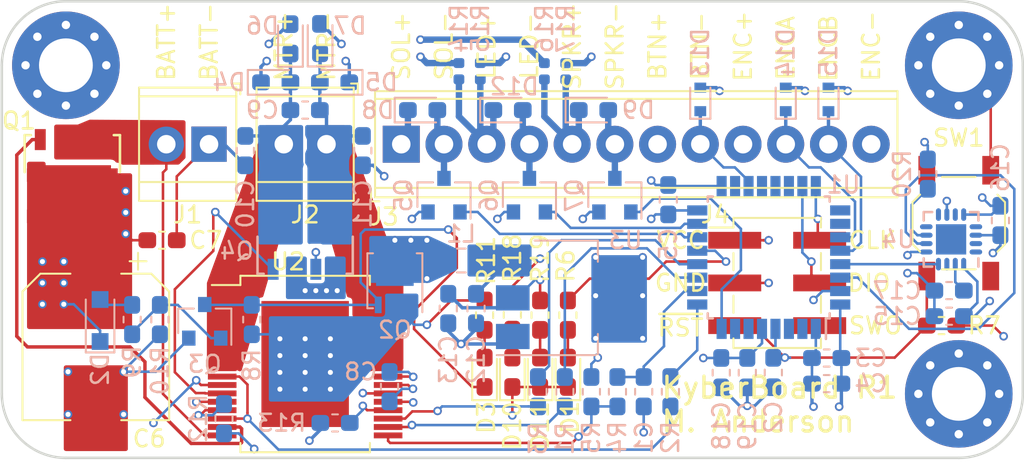
<source format=kicad_pcb>
(kicad_pcb (version 20171130) (host pcbnew 5.0.2+dfsg1-1)
  (layers (0 F.Cu signal) (1 In1.Cu power hide) (2 In2.Cu power hide) (31 B.Cu signal hide) (34 B.Paste user hide) (35 F.Paste user hide) (36 B.SilkS user) (37 F.SilkS user) (38 B.Mask user hide) (39 F.Mask user hide) (44 Edge.Cuts user))
  (net 0 "")
  (net 1 GND)
  (net 2 /micro/ADC_imtr)
  (net 3 +3V3)
  (net 4 /MOT+)
  (net 5 /MOT-)
  (net 6 +12C)
  (net 7 "Net-(D1-Pad2)")
  (net 8 /BATT+)
  (net 9 /SOL-)
  (net 10 /SPKR+)
  (net 11 /SPKR-)
  (net 12 "Net-(D10-Pad2)")
  (net 13 "Net-(D11-Pad2)")
  (net 14 /LED+)
  (net 15 /LED-)
  (net 16 /BTN)
  (net 17 /ENC_A)
  (net 18 /ENC_B)
  (net 19 /micro/SWCLK)
  (net 20 /micro/SWDIO)
  (net 21 +12V)
  (net 22 "Net-(Q1-Pad4)")
  (net 23 "Net-(Q3-Pad1)")
  (net 24 /actuators/SIG_SOL)
  (net 25 /actuators/SIG_LED)
  (net 26 /actuators/PWM_SPKR)
  (net 27 /hbridge/PWM_MTR)
  (net 28 /hbridge/INA)
  (net 29 /hbridge/INB)
  (net 30 /hbridge/imtr)
  (net 31 /micro/LED_HBEAT)
  (net 32 /acc/SDA)
  (net 33 /acc/SCL)
  (net 34 /micro/PWM_MTR_MCU)
  (net 35 /micro/INA_MCU)
  (net 36 /micro/INB_MCU)
  (net 37 "Net-(C8-Pad1)")
  (net 38 "Net-(C17-Pad2)")
  (net 39 "Net-(D2-Pad2)")
  (net 40 "Net-(D3-Pad2)")
  (net 41 "Net-(Q4-Pad2)")
  (net 42 "Net-(Q4-Pad4)")
  (net 43 "Net-(R12-Pad1)")
  (net 44 "Net-(R13-Pad1)")
  (net 45 "Net-(R20-Pad1)")
  (net 46 /hbridge/VCC)
  (net 47 "Net-(J4-Pad6)")
  (net 48 "Net-(U1-Pad2)")
  (net 49 "Net-(U1-Pad3)")
  (net 50 "Net-(U1-Pad6)")
  (net 51 "Net-(U1-Pad7)")
  (net 52 "Net-(U1-Pad20)")
  (net 53 "Net-(U1-Pad21)")
  (net 54 "Net-(U1-Pad22)")
  (net 55 "Net-(U1-Pad25)")
  (net 56 "Net-(U1-Pad26)")
  (net 57 "Net-(U4-Pad9)")
  (net 58 "Net-(U4-Pad11)")
  (net 59 "Net-(D3-Pad1)")
  (net 60 /micro/NRST)
  (net 61 "Net-(U1-Pad18)")
  (module Capacitor_SMD:CP_Elec_8x10.5 (layer F.Cu) (at 121.92 83.82 270)
    (fp_text reference C6 (at 5.461 -3.175) (layer F.SilkS))
    (fp_text value 200u)
    (pad 2 smd roundrect (at 3.7 0 270) (size 4.4 2.5) (layers F.Cu F.Paste F.Mask) (roundrect_rratio 0.1) (net 1 GND))
    (pad 1 smd roundrect (at -3.7 0 270) (size 4.4 2.5) (layers F.Cu F.Paste F.Mask) (roundrect_rratio 0.1) (net 46 /hbridge/VCC))
  )
  (module STL76DN4LF7AG:STL76DN4LF7AG (layer B.Cu) (at 134.366 76.2 90)
    (fp_text reference Q4 (at -1.905 -4.064) (layer B.SilkS) (effects (justify mirror)))
    (fp_text value STL76DN4LF7AG)
    (pad 7/8 smd custom (at 0.565 1.25 90) (size 1 1) (layers B.Cu B.Paste B.Mask) (net 5 /MOT-) (options (clearance outline) (anchor rect)) (primitives (gr_poly (pts (xy 2.46 -1.05) (xy 2.46 -0.325) (xy 1.86 -0.325) (xy 1.86 0.325) (xy 2.46 0.325) (xy 2.46 1.05) (xy 1.86 1.05) (xy 1.4 1.05) (xy 1.4 1.45) (xy 0.6 1.45) (xy 0.6 1.05) (xy -1.05 1.05) (xy -1.05 1.45) (xy -1.85 1.45) (xy -1.85 1.05) (xy -2.04 1.05) (xy -2.04 -1.05)) (width 0))))
    (pad 1 smd rect (at -3 1.905 90) (size 1.25 0.65) (layers B.Cu B.Paste B.Mask) (net 1 GND))
    (pad 2 smd rect (at -3 0.635 90) (size 1.25 0.65) (layers B.Cu B.Paste B.Mask) (net 41 "Net-(Q4-Pad2)"))
    (pad 3 smd rect (at -3 -0.635 90) (size 1.25 0.65) (layers B.Cu B.Paste B.Mask) (net 1 GND))
    (pad 4 smd rect (at -3 -1.905 90) (size 1.25 0.65) (layers B.Cu B.Paste B.Mask) (net 42 "Net-(Q4-Pad4)"))
    (pad 5/6 smd custom (at 0.565 -1.25 90) (size 1 1) (layers B.Cu B.Paste B.Mask) (net 4 /MOT+) (options (clearance outline) (anchor rect)) (primitives (gr_poly (pts (xy 2.46 1.05) (xy 2.46 0.325) (xy 1.86 0.325) (xy 1.86 -0.325) (xy 2.46 -0.325) (xy 2.46 -1.05) (xy 1.86 -1.05) (xy 1.4 -1.05) (xy 1.4 -1.45) (xy 0.6 -1.45) (xy 0.6 -1.05) (xy -1.05 -1.05) (xy -1.05 -1.45) (xy -1.85 -1.45) (xy -1.85 -1.05) (xy -2.04 -1.05) (xy -2.04 1.05)) (width 0))))
  )
  (module Package_TO_SOT_SMD:SOT-223-3_TabPin2 (layer B.Cu) (at 149.86 80.899)
    (fp_text reference U3 (at 3.556 -3.429) (layer B.SilkS) (effects (justify mirror)))
    (fp_text value AZ1117IH-3.3TRG1)
    (pad 2 smd rect (at 3.15 0) (size 2 3.8) (layers B.Cu B.Paste B.Mask) (net 3 +3V3))
    (pad 2 smd rect (at -3.15 0) (size 2 1.5) (layers B.Cu B.Paste B.Mask) (net 3 +3V3))
    (pad 3 smd rect (at -3.15 -2.3) (size 2 1.5) (layers B.Cu B.Paste B.Mask) (net 6 +12C))
    (pad 1 smd rect (at -3.15 2.3) (size 2 1.5) (layers B.Cu B.Paste B.Mask) (net 1 GND))
  )
  (module STL120N4F6AG:STL120N4F6AG (layer F.Cu) (at 120.523 74.479 270)
    (fp_text reference Q1 (at -4.121 3.175) (layer F.SilkS))
    (fp_text value STL120N4F6AG)
    (pad 1 smd rect (at -3 -1.905 270) (size 1.25 0.65) (layers F.Cu F.Paste F.Mask) (net 8 /BATT+))
    (pad 2 smd rect (at -3 -0.635 270) (size 1.25 0.65) (layers F.Cu F.Paste F.Mask) (net 8 /BATT+))
    (pad 3 smd rect (at -3 0.635 270) (size 1.25 0.65) (layers F.Cu F.Paste F.Mask) (net 8 /BATT+))
    (pad 4 smd rect (at -3 1.905 270) (size 1.25 0.65) (layers F.Cu F.Paste F.Mask) (net 22 "Net-(Q1-Pad4)"))
    (pad 5 smd custom (at 0.565 0 270) (size 1 1) (layers F.Cu) (net 46 /hbridge/VCC) (options (clearance outline) (anchor rect)) (primitives (gr_poly (pts (xy 1.86 -0.2) (xy 1.86 0.2) (xy 2.46 0.2) (xy 2.46 0.925) (xy 1.86 0.925) (xy 1.86 1.575) (xy 2.46 1.575) (xy 2.46 2.3) (xy 1.86 2.3) (xy 1.4 2.3) (xy 1.4 2.7) (xy 0.6 2.7) (xy 0.6 2.3) (xy -1.05 2.3) (xy -1.05 2.7) (xy -1.85 2.7) (xy -1.85 2.3) (xy -2.04 2.3) (xy -2.04 -0.22)) (width 0)) (gr_poly (pts (xy 2.46 -0.2) (xy 2.46 -0.925) (xy 1.86 -0.925) (xy 1.86 -1.575) (xy 2.46 -1.575) (xy 2.46 -2.3) (xy 1.86 -2.3) (xy 1.4 -2.3) (xy 1.4 -2.7) (xy 0.6 -2.7) (xy 0.6 -2.3) (xy -1.05 -2.3) (xy -1.05 -2.7) (xy -1.85 -2.7) (xy -1.85 -2.3) (xy -2.04 -2.3) (xy -2.04 -0.2)) (width 0))))
  )
  (module Package_DFN_QFN:QFN-16-1EP_3x3mm_P0.5mm_EP1.8x1.8mm (layer B.Cu) (at 172.7708 77.4192 90)
    (fp_text reference U4 (at 0 -3.1496 180) (layer B.SilkS) (effects (justify mirror)))
    (fp_text value MMA8452Q)
    (pad 1 smd oval (at -1.475 0.75 90) (size 0.75 0.3) (layers B.Cu B.Paste B.Mask) (net 3 +3V3))
    (pad 2 smd oval (at -1.475 0.25 90) (size 0.75 0.3) (layers B.Cu B.Paste B.Mask) (net 38 "Net-(C17-Pad2)"))
    (pad 3 smd oval (at -1.475 -0.25 90) (size 0.75 0.3) (layers B.Cu B.Paste B.Mask))
    (pad 4 smd oval (at -1.475 -0.75 90) (size 0.75 0.3) (layers B.Cu B.Paste B.Mask) (net 33 /acc/SCL))
    (pad 5 smd oval (at -0.75 -1.475) (size 0.75 0.3) (layers B.Cu B.Paste B.Mask) (net 1 GND))
    (pad 6 smd oval (at -0.25 -1.475) (size 0.75 0.3) (layers B.Cu B.Paste B.Mask) (net 32 /acc/SDA))
    (pad 7 smd oval (at 0.25 -1.475) (size 0.75 0.3) (layers B.Cu B.Paste B.Mask) (net 45 "Net-(R20-Pad1)"))
    (pad 8 smd oval (at 0.75 -1.475) (size 0.75 0.3) (layers B.Cu B.Paste B.Mask))
    (pad 9 smd oval (at 1.475 -0.75 90) (size 0.75 0.3) (layers B.Cu B.Paste B.Mask) (net 57 "Net-(U4-Pad9)"))
    (pad 10 smd oval (at 1.475 -0.25 90) (size 0.75 0.3) (layers B.Cu B.Paste B.Mask) (net 1 GND))
    (pad 11 smd oval (at 1.475 0.25 90) (size 0.75 0.3) (layers B.Cu B.Paste B.Mask) (net 58 "Net-(U4-Pad11)"))
    (pad 12 smd oval (at 1.475 0.75 90) (size 0.75 0.3) (layers B.Cu B.Paste B.Mask) (net 1 GND))
    (pad 13 smd oval (at 0.75 1.475) (size 0.75 0.3) (layers B.Cu B.Paste B.Mask))
    (pad 14 smd oval (at 0.25 1.475) (size 0.75 0.3) (layers B.Cu B.Paste B.Mask) (net 3 +3V3))
    (pad 15 smd oval (at -0.25 1.475) (size 0.75 0.3) (layers B.Cu B.Paste B.Mask))
    (pad 16 smd oval (at -0.75 1.475) (size 0.75 0.3) (layers B.Cu B.Paste B.Mask))
    (pad 17 smd rect (at 0 0 90) (size 1.8 1.8) (layers B.Cu B.Mask))
  )
  (module Resistor_SMD:R_0603_1608Metric_Pad1.05x0.95mm_HandSolder (layer B.Cu) (at 131.191 82.193 90)
    (fp_text reference R8 (at -2.722 0 90) (layer B.SilkS) (effects (justify mirror)))
    (fp_text value 1k)
    (pad 2 smd roundrect (at 0.875 0 90) (size 1.05 0.95) (layers B.Cu B.Paste B.Mask) (net 59 "Net-(D3-Pad1)"))
    (pad 1 smd roundrect (at -0.875 0 90) (size 1.05 0.95) (layers B.Cu B.Paste B.Mask) (net 46 /hbridge/VCC))
  )
  (module Capacitor_SMD:C_0603_1608Metric_Pad1.05x0.95mm_HandSolder (layer B.Cu) (at 154.4955 86.487 270)
    (fp_text reference C1 (at 2.7305 -0.0127 90) (layer B.SilkS) (effects (justify mirror)))
    (fp_text value 33n)
    (pad 2 smd roundrect (at 0.875 0 270) (size 1.05 0.95) (layers B.Cu B.Paste B.Mask) (net 1 GND))
    (pad 1 smd roundrect (at -0.875 0 270) (size 1.05 0.95) (layers B.Cu B.Paste B.Mask) (net 2 /micro/ADC_imtr))
  )
  (module Capacitor_SMD:C_0603_1608Metric_Pad1.05x0.95mm_HandSolder (layer B.Cu) (at 162.202151 85.344 270)
    (fp_text reference C2 (at 2.667 0 270) (layer B.SilkS) (effects (justify mirror)))
    (fp_text value 100n)
    (pad 1 smd roundrect (at -0.875 0 270) (size 1.05 0.95) (layers B.Cu B.Paste B.Mask) (net 60 /micro/NRST))
    (pad 2 smd roundrect (at 0.875 0 270) (size 1.05 0.95) (layers B.Cu B.Paste B.Mask) (net 1 GND))
  )
  (module Capacitor_SMD:C_0603_1608Metric_Pad1.05x0.95mm_HandSolder (layer B.Cu) (at 165.37555 84.4804)
    (fp_text reference C3 (at 2.62997 -0.002529 -180) (layer B.SilkS) (effects (justify mirror)))
    (fp_text value 10u)
    (pad 1 smd roundrect (at -0.874999 0) (size 1.05 0.95) (layers B.Cu B.Paste B.Mask) (net 3 +3V3))
    (pad 2 smd roundrect (at 0.874999 0) (size 1.05 0.95) (layers B.Cu B.Paste B.Mask) (net 1 GND))
  )
  (module Capacitor_SMD:C_0603_1608Metric_Pad1.05x0.95mm_HandSolder (layer B.Cu) (at 165.37555 86.0044)
    (fp_text reference C4 (at 2.62997 -0.006541 -180) (layer B.SilkS) (effects (justify mirror)))
    (fp_text value 100n)
    (pad 1 smd roundrect (at -0.874999 0) (size 1.05 0.95) (layers B.Cu B.Paste B.Mask) (net 3 +3V3))
    (pad 2 smd roundrect (at 0.874999 0) (size 1.05 0.95) (layers B.Cu B.Paste B.Mask) (net 1 GND))
  )
  (module Capacitor_SMD:C_0603_1608Metric_Pad1.05x0.95mm_HandSolder (layer B.Cu) (at 155.956 75.057 270)
    (fp_text reference C5 (at 2.667 0 270) (layer B.SilkS) (effects (justify mirror)))
    (fp_text value 100n)
    (pad 2 smd roundrect (at 0.874999 0 270) (size 1.05 0.95) (layers B.Cu B.Paste B.Mask) (net 1 GND))
    (pad 1 smd roundrect (at -0.874999 0 270) (size 1.05 0.95) (layers B.Cu B.Paste B.Mask) (net 3 +3V3))
  )
  (module Capacitor_SMD:C_0603_1608Metric_Pad1.05x0.95mm_HandSolder (layer F.Cu) (at 125.857 77.47)
    (fp_text reference C7 (at 2.6035 0) (layer F.SilkS))
    (fp_text value 100n)
    (pad 2 smd roundrect (at 0.875 0) (size 1.05 0.95) (layers F.Cu F.Paste F.Mask) (net 1 GND))
    (pad 1 smd roundrect (at -0.875 0) (size 1.05 0.95) (layers F.Cu F.Paste F.Mask) (net 46 /hbridge/VCC))
  )
  (module Capacitor_SMD:C_0603_1608Metric_Pad1.05x0.95mm_HandSolder (layer B.Cu) (at 139.382709 86.185 90)
    (fp_text reference C8 (at 0.889 -1.714709 180) (layer B.SilkS) (effects (justify mirror)))
    (fp_text value 100n)
    (pad 1 smd roundrect (at -0.875 0 90) (size 1.05 0.95) (layers B.Cu B.Paste B.Mask) (net 37 "Net-(C8-Pad1)"))
    (pad 2 smd roundrect (at 0.875 0 90) (size 1.05 0.95) (layers B.Cu B.Paste B.Mask) (net 1 GND))
  )
  (module Capacitor_SMD:C_0603_1608Metric_Pad1.05x0.95mm_HandSolder (layer B.Cu) (at 134.366 69.723 180)
    (fp_text reference C9 (at 2.54 0 180) (layer B.SilkS) (effects (justify mirror)))
    (fp_text value 10n)
    (pad 1 smd roundrect (at -0.875 0 180) (size 1.05 0.95) (layers B.Cu B.Paste B.Mask) (net 5 /MOT-))
    (pad 2 smd roundrect (at 0.875 0 180) (size 1.05 0.95) (layers B.Cu B.Paste B.Mask) (net 4 /MOT+))
  )
  (module Capacitor_SMD:C_0603_1608Metric_Pad1.05x0.95mm_HandSolder (layer B.Cu) (at 137.795 72.136 270)
    (fp_text reference C11 (at 3.175 0 270) (layer B.SilkS) (effects (justify mirror)))
    (fp_text value 10n)
    (pad 2 smd roundrect (at 0.875 0 270) (size 1.05 0.95) (layers B.Cu B.Paste B.Mask) (net 1 GND))
    (pad 1 smd roundrect (at -0.875 0 270) (size 1.05 0.95) (layers B.Cu B.Paste B.Mask) (net 5 /MOT-))
  )
  (module Capacitor_SMD:C_0603_1608Metric_Pad1.05x0.95mm_HandSolder (layer B.Cu) (at 144.526 81.534 90)
    (fp_text reference C12 (at -3.048 0 90) (layer B.SilkS) (effects (justify mirror)))
    (fp_text value 10u)
    (pad 1 smd roundrect (at -0.875 0 90) (size 1.05 0.95) (layers B.Cu B.Paste B.Mask) (net 1 GND))
    (pad 2 smd roundrect (at 0.875 0 90) (size 1.05 0.95) (layers B.Cu B.Paste B.Mask) (net 6 +12C))
  )
  (module Capacitor_SMD:C_0603_1608Metric_Pad1.05x0.95mm_HandSolder (layer B.Cu) (at 142.875 81.534 270)
    (fp_text reference C13 (at 3.048 0 270) (layer B.SilkS) (effects (justify mirror)))
    (fp_text value 22u)
    (pad 2 smd roundrect (at 0.875 0 270) (size 1.05 0.95) (layers B.Cu B.Paste B.Mask) (net 1 GND))
    (pad 1 smd roundrect (at -0.875 0 270) (size 1.05 0.95) (layers B.Cu B.Paste B.Mask) (net 3 +3V3))
  )
  (module Capacitor_SMD:C_0603_1608Metric_Pad1.05x0.95mm_HandSolder (layer B.Cu) (at 172.6578 81.9912)
    (fp_text reference C15 (at -3.089245 0) (layer B.SilkS) (effects (justify mirror)))
    (fp_text value 100n)
    (pad 2 smd roundrect (at 0.875 0) (size 1.05 0.95) (layers B.Cu B.Paste B.Mask) (net 3 +3V3))
    (pad 1 smd roundrect (at -0.875 0) (size 1.05 0.95) (layers B.Cu B.Paste B.Mask) (net 1 GND))
  )
  (module Capacitor_SMD:C_0603_1608Metric_Pad1.05x0.95mm_HandSolder (layer B.Cu) (at 175.7045 76.294201 270)
    (fp_text reference C16 (at -3.142201 0 90) (layer B.SilkS) (effects (justify mirror)))
    (fp_text value 4u7)
    (pad 2 smd roundrect (at 0.874999 0 270) (size 1.05 0.95) (layers B.Cu B.Paste B.Mask) (net 3 +3V3))
    (pad 1 smd roundrect (at -0.874999 0 270) (size 1.05 0.95) (layers B.Cu B.Paste B.Mask) (net 1 GND))
  )
  (module Capacitor_SMD:C_0603_1608Metric_Pad1.05x0.95mm_HandSolder (layer B.Cu) (at 172.6538 80.4672)
    (fp_text reference C17 (at -3.089245 0) (layer B.SilkS) (effects (justify mirror)))
    (fp_text value 100n)
    (pad 1 smd roundrect (at -0.875 0) (size 1.05 0.95) (layers B.Cu B.Paste B.Mask) (net 1 GND))
    (pad 2 smd roundrect (at 0.875 0) (size 1.05 0.95) (layers B.Cu B.Paste B.Mask) (net 38 "Net-(C17-Pad2)"))
  )
  (module Capacitor_SMD:C_0805_2012Metric (layer B.Cu) (at 143.652 78.6765 180)
    (fp_text reference L1 (at 0.015 1.5875 180) (layer B.SilkS) (effects (justify mirror)))
    (fp_text value CIGT201210UHR47MNE)
    (pad 1 smd roundrect (at -0.9375 0 180) (size 0.975 1.4) (layers B.Cu B.Paste B.Mask) (net 6 +12C))
    (pad 2 smd roundrect (at 0.9375 0 180) (size 0.975 1.4) (layers B.Cu B.Paste B.Mask) (net 21 +12V))
  )
  (module Package_TO_SOT_SMD:SOT-23 (layer B.Cu) (at 128.397 82.296 90)
    (fp_text reference Q3 (at -2.54 0 180) (layer B.SilkS) (effects (justify mirror)))
    (fp_text value SSM3K337R)
    (pad 3 smd rect (at 1 0 90) (size 0.9 0.8) (layers B.Cu B.Paste B.Mask) (net 59 "Net-(D3-Pad1)"))
    (pad 2 smd rect (at -1 -0.95 90) (size 0.9 0.8) (layers B.Cu B.Paste B.Mask) (net 1 GND))
    (pad 1 smd rect (at -1 0.95 90) (size 0.9 0.8) (layers B.Cu B.Paste B.Mask) (net 23 "Net-(Q3-Pad1)"))
  )
  (module Package_TO_SOT_SMD:SOT-23 (layer B.Cu) (at 142.621 74.787 90)
    (fp_text reference Q5 (at -0.016 -2.413 90) (layer B.SilkS) (effects (justify mirror)))
    (fp_text value SSM3K337R)
    (pad 1 smd rect (at -1 0.95 90) (size 0.9 0.8) (layers B.Cu B.Paste B.Mask) (net 24 /actuators/SIG_SOL))
    (pad 2 smd rect (at -1 -0.95 90) (size 0.9 0.8) (layers B.Cu B.Paste B.Mask) (net 1 GND))
    (pad 3 smd rect (at 1 0 90) (size 0.9 0.8) (layers B.Cu B.Paste B.Mask) (net 9 /SOL-))
  )
  (module Package_TO_SOT_SMD:SOT-23 (layer B.Cu) (at 147.701 74.787 90)
    (fp_text reference Q6 (at -0.016 -2.413 90) (layer B.SilkS) (effects (justify mirror)))
    (fp_text value SSM3K337R)
    (pad 3 smd rect (at 1 0 90) (size 0.9 0.8) (layers B.Cu B.Paste B.Mask) (net 15 /LED-))
    (pad 2 smd rect (at -1 -0.95 90) (size 0.9 0.8) (layers B.Cu B.Paste B.Mask) (net 1 GND))
    (pad 1 smd rect (at -1 0.95 90) (size 0.9 0.8) (layers B.Cu B.Paste B.Mask) (net 25 /actuators/SIG_LED))
  )
  (module Package_TO_SOT_SMD:SOT-23 (layer B.Cu) (at 152.781 74.787 90)
    (fp_text reference Q7 (at -0.016 -2.413 270) (layer B.SilkS) (effects (justify mirror)))
    (fp_text value SSM3K337R)
    (pad 3 smd rect (at 1 0 90) (size 0.9 0.8) (layers B.Cu B.Paste B.Mask) (net 11 /SPKR-))
    (pad 2 smd rect (at -1 -0.95 90) (size 0.9 0.8) (layers B.Cu B.Paste B.Mask) (net 1 GND))
    (pad 1 smd rect (at -1 0.95 90) (size 0.9 0.8) (layers B.Cu B.Paste B.Mask) (net 26 /actuators/PWM_SPKR))
  )
  (module Resistor_SMD:R_0603_1608Metric_Pad1.05x0.95mm_HandSolder (layer B.Cu) (at 149.805344 86.487 270)
    (fp_text reference R1 (at 2.794 0 270) (layer B.SilkS) (effects (justify mirror)))
    (fp_text value 1k)
    (pad 2 smd roundrect (at 0.875 0 270) (size 1.05 0.95) (layers B.Cu B.Paste B.Mask) (net 27 /hbridge/PWM_MTR))
    (pad 1 smd roundrect (at -0.875 0 270) (size 1.05 0.95) (layers B.Cu B.Paste B.Mask) (net 34 /micro/PWM_MTR_MCU))
  )
  (module Resistor_SMD:R_0603_1608Metric_Pad1.05x0.95mm_HandSolder (layer B.Cu) (at 156.083 86.487 270)
    (fp_text reference R2 (at 2.7305 0 270) (layer B.SilkS) (effects (justify mirror)))
    (fp_text value 1k)
    (pad 1 smd roundrect (at -0.875 0 270) (size 1.05 0.95) (layers B.Cu B.Paste B.Mask) (net 35 /micro/INA_MCU))
    (pad 2 smd roundrect (at 0.875 0 270) (size 1.05 0.95) (layers B.Cu B.Paste B.Mask) (net 28 /hbridge/INA))
  )
  (module Resistor_SMD:R_0603_1608Metric_Pad1.05x0.95mm_HandSolder (layer B.Cu) (at 148.209 86.487 270)
    (fp_text reference R3 (at 2.794 0 270) (layer B.SilkS) (effects (justify mirror)))
    (fp_text value 1k)
    (pad 1 smd roundrect (at -0.875 0 270) (size 1.05 0.95) (layers B.Cu B.Paste B.Mask) (net 36 /micro/INB_MCU))
    (pad 2 smd roundrect (at 0.875 0 270) (size 1.05 0.95) (layers B.Cu B.Paste B.Mask) (net 29 /hbridge/INB))
  )
  (module Resistor_SMD:R_0603_1608Metric_Pad1.05x0.95mm_HandSolder (layer B.Cu) (at 152.9334 86.487 270)
    (fp_text reference R4 (at 2.7305 0 270) (layer B.SilkS) (effects (justify mirror)))
    (fp_text value 10k)
    (pad 2 smd roundrect (at 0.875 0 270) (size 1.05 0.95) (layers B.Cu B.Paste B.Mask) (net 30 /hbridge/imtr))
    (pad 1 smd roundrect (at -0.875 0 270) (size 1.05 0.95) (layers B.Cu B.Paste B.Mask) (net 2 /micro/ADC_imtr))
  )
  (module Resistor_SMD:R_0603_1608Metric_Pad1.05x0.95mm_HandSolder (layer B.Cu) (at 151.384 86.487 90)
    (fp_text reference R5 (at -2.7305 -0.008844 90) (layer B.SilkS) (effects (justify mirror)))
    (fp_text value 1k5)
    (pad 1 smd roundrect (at -0.875 0 90) (size 1.05 0.95) (layers B.Cu B.Paste B.Mask) (net 30 /hbridge/imtr))
    (pad 2 smd roundrect (at 0.875 0 90) (size 1.05 0.95) (layers B.Cu B.Paste B.Mask) (net 1 GND))
  )
  (module Resistor_SMD:R_0603_1608Metric_Pad1.05x0.95mm_HandSolder (layer B.Cu) (at 125.73 82.193 90)
    (fp_text reference R10 (at -3.048 0.004154 90) (layer B.SilkS) (effects (justify mirror)))
    (fp_text value 1k)
    (pad 2 smd roundrect (at 0.875 0 90) (size 1.05 0.95) (layers B.Cu B.Paste B.Mask) (net 23 "Net-(Q3-Pad1)"))
    (pad 1 smd roundrect (at -0.875 0 90) (size 1.05 0.95) (layers B.Cu B.Paste B.Mask) (net 1 GND))
  )
  (module Resistor_SMD:R_0603_1608Metric_Pad1.05x0.95mm_HandSolder (layer F.Cu) (at 145.034 81.929 270)
    (fp_text reference R11 (at -3.2512 -0.1016 270) (layer F.SilkS))
    (fp_text value 1K)
    (pad 2 smd roundrect (at 0.875 0 270) (size 1.05 0.95) (layers F.Cu F.Paste F.Mask) (net 40 "Net-(D3-Pad2)"))
    (pad 1 smd roundrect (at -0.875 0 270) (size 1.05 0.95) (layers F.Cu F.Paste F.Mask) (net 46 /hbridge/VCC))
  )
  (module Resistor_SMD:R_0603_1608Metric_Pad1.05x0.95mm_HandSolder (layer B.Cu) (at 129.54 88.09 270)
    (fp_text reference R12 (at 0 1.524 270) (layer B.SilkS) (effects (justify mirror)))
    (fp_text value 10k)
    (pad 1 smd roundrect (at -0.875 0 270) (size 1.05 0.95) (layers B.Cu B.Paste B.Mask) (net 43 "Net-(R12-Pad1)"))
    (pad 2 smd roundrect (at 0.875 0 270) (size 1.05 0.95) (layers B.Cu B.Paste B.Mask) (net 1 GND))
  )
  (module Resistor_SMD:R_0603_1608Metric_Pad1.05x0.95mm_HandSolder (layer B.Cu) (at 136.144 88.344 180)
    (fp_text reference R13 (at 3.175 0) (layer B.SilkS) (effects (justify mirror)))
    (fp_text value 10k)
    (pad 2 smd roundrect (at 0.875 0 180) (size 1.05 0.95) (layers B.Cu B.Paste B.Mask) (net 1 GND))
    (pad 1 smd roundrect (at -0.875 0 180) (size 1.05 0.95) (layers B.Cu B.Paste B.Mask) (net 44 "Net-(R13-Pad1)"))
  )
  (module Package_SO:ST_PowerSSO-36_SlugDown_ThermalVias (layer F.Cu) (at 134.366 84.836)
    (fp_text reference U2 (at -1.016 -6.096) (layer F.SilkS))
    (fp_text value VNHD7008AY)
    (pad 1 smd rect (at -4.9325 -4.25) (size 1.7 0.35) (layers F.Cu F.Paste F.Mask) (net 4 /MOT+))
    (pad 2 smd rect (at -4.9325 -3.75) (size 1.7 0.35) (layers F.Cu F.Paste F.Mask) (net 4 /MOT+))
    (pad 3 smd rect (at -4.9325 -3.25) (size 1.7 0.35) (layers F.Cu F.Paste F.Mask) (net 4 /MOT+))
    (pad 4 smd rect (at -4.9325 -2.75) (size 1.7 0.35) (layers F.Cu F.Paste F.Mask) (net 4 /MOT+))
    (pad 5 smd rect (at -4.9325 -2.25) (size 1.7 0.35) (layers F.Cu F.Paste F.Mask) (net 4 /MOT+))
    (pad 6 smd rect (at -4.9325 -1.75) (size 1.7 0.35) (layers F.Cu F.Paste F.Mask) (net 4 /MOT+))
    (pad 7 smd rect (at -4.9325 -1.25) (size 1.7 0.35) (layers F.Cu F.Paste F.Mask) (net 4 /MOT+))
    (pad 8 smd rect (at -4.9325 -0.75) (size 1.7 0.35) (layers F.Cu F.Paste F.Mask) (net 4 /MOT+))
    (pad 9 smd rect (at -4.9325 -0.25) (size 1.7 0.35) (layers F.Cu F.Paste F.Mask) (net 4 /MOT+))
    (pad 10 smd rect (at -4.9325 0.25) (size 1.7 0.35) (layers F.Cu F.Paste F.Mask) (net 4 /MOT+))
    (pad 11 smd rect (at -4.9325 0.75) (size 1.7 0.35) (layers F.Cu F.Paste F.Mask) (net 28 /hbridge/INA))
    (pad 12 smd rect (at -4.9325 1.25) (size 1.7 0.35) (layers F.Cu F.Paste F.Mask) (net 3 +3V3))
    (pad 13 smd rect (at -4.9325 1.75) (size 1.7 0.35) (layers F.Cu F.Paste F.Mask) (net 42 "Net-(Q4-Pad4)"))
    (pad 14 smd rect (at -4.9325 2.25) (size 1.7 0.35) (layers F.Cu F.Paste F.Mask) (net 1 GND))
    (pad 15 smd rect (at -4.9325 2.75) (size 1.7 0.35) (layers F.Cu F.Paste F.Mask) (net 43 "Net-(R12-Pad1)"))
    (pad 16 smd rect (at -4.9325 3.25) (size 1.7 0.35) (layers F.Cu F.Paste F.Mask) (net 28 /hbridge/INA))
    (pad 17 smd rect (at -4.9325 3.75) (size 1.7 0.35) (layers F.Cu F.Paste F.Mask) (net 22 "Net-(Q1-Pad4)"))
    (pad 18 smd rect (at -4.9325 4.25) (size 1.7 0.35) (layers F.Cu F.Paste F.Mask) (net 8 /BATT+))
    (pad 19 smd rect (at 4.9325 4.25) (size 1.7 0.35) (layers F.Cu F.Paste F.Mask) (net 30 /hbridge/imtr))
    (pad 20 smd rect (at 4.9325 3.75) (size 1.7 0.35) (layers F.Cu F.Paste F.Mask) (net 27 /hbridge/PWM_MTR))
    (pad 21 smd rect (at 4.9325 3.25) (size 1.7 0.35) (layers F.Cu F.Paste F.Mask) (net 29 /hbridge/INB))
    (pad 22 smd rect (at 4.9325 2.75) (size 1.7 0.35) (layers F.Cu F.Paste F.Mask) (net 44 "Net-(R13-Pad1)"))
    (pad 23 smd rect (at 4.9325 2.25) (size 1.7 0.35) (layers F.Cu F.Paste F.Mask) (net 1 GND))
    (pad 24 smd rect (at 4.9325 1.75) (size 1.7 0.35) (layers F.Cu F.Paste F.Mask) (net 41 "Net-(Q4-Pad2)"))
    (pad 25 smd rect (at 4.9325 1.25) (size 1.7 0.35) (layers F.Cu F.Paste F.Mask) (net 37 "Net-(C8-Pad1)"))
    (pad 26 smd rect (at 4.9325 0.75) (size 1.7 0.35) (layers F.Cu F.Paste F.Mask) (net 1 GND))
    (pad 27 smd rect (at 4.9325 0.25) (size 1.7 0.35) (layers F.Cu F.Paste F.Mask) (net 5 /MOT-))
    (pad 28 smd rect (at 4.9325 -0.25) (size 1.7 0.35) (layers F.Cu F.Paste F.Mask) (net 5 /MOT-))
    (pad 29 smd rect (at 4.9325 -0.75) (size 1.7 0.35) (layers F.Cu F.Paste F.Mask) (net 5 /MOT-))
    (pad 30 smd rect (at 4.9325 -1.25) (size 1.7 0.35) (layers F.Cu F.Paste F.Mask) (net 5 /MOT-))
    (pad 31 smd rect (at 4.9325 -1.75) (size 1.7 0.35) (layers F.Cu F.Paste F.Mask) (net 5 /MOT-))
    (pad 32 smd rect (at 4.9325 -2.25) (size 1.7 0.35) (layers F.Cu F.Paste F.Mask) (net 5 /MOT-))
    (pad 33 smd rect (at 4.9325 -2.75) (size 1.7 0.35) (layers F.Cu F.Paste F.Mask) (net 5 /MOT-))
    (pad 34 smd rect (at 4.9325 -3.25) (size 1.7 0.35) (layers F.Cu F.Paste F.Mask) (net 5 /MOT-))
    (pad 35 smd rect (at 4.9325 -3.75) (size 1.7 0.35) (layers F.Cu F.Paste F.Mask) (net 5 /MOT-))
    (pad 36 smd rect (at 4.9325 -4.25) (size 1.7 0.35) (layers F.Cu F.Paste F.Mask) (net 5 /MOT-))
    (pad 37 smd rect (at 0 0) (size 5.2 7.5) (layers F.Cu F.Paste F.Mask) (net 46 /hbridge/VCC))
    (pad 37 thru_hole circle (at -1.5 -1.5) (size 0.6 0.6) (drill 0.3) (layers *.Cu) (net 46 /hbridge/VCC))
    (pad 37 thru_hole circle (at 0 -1.5) (size 0.6 0.6) (drill 0.3) (layers *.Cu) (net 46 /hbridge/VCC))
    (pad 37 thru_hole circle (at 1.5 -1.5) (size 0.6 0.6) (drill 0.3) (layers *.Cu) (net 46 /hbridge/VCC))
    (pad 37 thru_hole circle (at -1.5 -0.5) (size 0.6 0.6) (drill 0.3) (layers *.Cu) (net 46 /hbridge/VCC))
    (pad 37 thru_hole circle (at 0 -0.5) (size 0.6 0.6) (drill 0.3) (layers *.Cu) (net 46 /hbridge/VCC))
    (pad 37 thru_hole circle (at 1.5 -0.5) (size 0.6 0.6) (drill 0.3) (layers *.Cu) (net 46 /hbridge/VCC))
    (pad 37 thru_hole circle (at -1.5 0.5) (size 0.6 0.6) (drill 0.3) (layers *.Cu) (net 46 /hbridge/VCC))
    (pad 37 thru_hole circle (at 0 0.5) (size 0.6 0.6) (drill 0.3) (layers *.Cu) (net 46 /hbridge/VCC))
    (pad 37 thru_hole circle (at 1.5 0.5) (size 0.6 0.6) (drill 0.3) (layers *.Cu) (net 46 /hbridge/VCC))
    (pad 37 thru_hole circle (at -1.5 1.5) (size 0.6 0.6) (drill 0.3) (layers *.Cu) (net 46 /hbridge/VCC))
    (pad 37 thru_hole circle (at 0 1.5) (size 0.6 0.6) (drill 0.3) (layers *.Cu) (net 46 /hbridge/VCC))
    (pad 37 thru_hole circle (at 1.5 1.5) (size 0.6 0.6) (drill 0.3) (layers *.Cu) (net 46 /hbridge/VCC))
    (pad 37 smd rect (at 0 0) (size 4.3 4.3) (layers B.Cu) (net 46 /hbridge/VCC))
  )
  (module Resistor_SMD:R_0603_1608Metric_Pad1.05x0.95mm_HandSolder (layer F.Cu) (at 149.987 81.929 90)
    (fp_text reference R6 (at 2.935 -0.127 270) (layer F.SilkS))
    (fp_text value 1k)
    (pad 2 smd roundrect (at 0.875 0 90) (size 1.05 0.95) (layers F.Cu F.Paste F.Mask) (net 31 /micro/LED_HBEAT))
    (pad 1 smd roundrect (at -0.875 0 90) (size 1.05 0.95) (layers F.Cu F.Paste F.Mask) (net 7 "Net-(D1-Pad2)"))
  )
  (module Capacitor_SMD:C_0603_1608Metric_Pad1.05x0.95mm_HandSolder (layer B.Cu) (at 130.81 72.136 270)
    (fp_text reference C10 (at 3.175 0 270) (layer B.SilkS) (effects (justify mirror)))
    (fp_text value 10n)
    (pad 1 smd roundrect (at -0.875 0 270) (size 1.05 0.95) (layers B.Cu B.Paste B.Mask) (net 4 /MOT+))
    (pad 2 smd roundrect (at 0.875 0 270) (size 1.05 0.95) (layers B.Cu B.Paste B.Mask) (net 1 GND))
  )
  (module Diode_SMD:D_SOD-323_HandSoldering (layer B.Cu) (at 122.174 82.248 90)
    (fp_text reference D2 (at -2.921 0 90) (layer B.SilkS) (effects (justify mirror)))
    (fp_text value BZT52C8V2S-7-F)
    (pad 2 smd rect (at 1.25 0 90) (size 1 1) (layers B.Cu B.Paste B.Mask) (net 39 "Net-(D2-Pad2)"))
    (pad 1 smd rect (at -1.25 0 90) (size 1 1) (layers B.Cu B.Paste B.Mask) (net 46 /hbridge/VCC))
  )
  (module Package_SO:Vishay_PowerPAK_1212-8_Single (layer B.Cu) (at 139.7 79.883 90)
    (fp_text reference Q2 (at -2.921 0) (layer B.SilkS) (effects (justify mirror)))
    (fp_text value SIS413DN-T1-GE3)
    (pad 5 smd custom (at 0.5575 0 90) (size 1.725 2.235) (layers B.Cu B.Paste B.Mask) (net 21 +12V) (options (clearance outline) (anchor rect)) (primitives (gr_poly (pts (xy 0.8625 -0.1275) (xy 0.8625 0.1275) (xy 1.3725 0.1275) (xy 1.3725 0.5325) (xy 0.8625 0.5325) (xy 0.8625 0.7875) (xy 1.3725 0.7875) (xy 1.3725 1.195) (xy 0.6125 1.195) (xy 0.6125 -1.195) (xy 1.3725 -1.195) (xy 1.3725 -0.7875) (xy 0.8625 -0.7875) (xy 0.8625 -0.5325) (xy 1.3725 -0.5325) (xy 1.3725 -0.1275)) (width 0))))
    (pad 4 smd rect (at -1.435 -0.99 90) (size 0.99 0.405) (layers B.Cu B.Paste B.Mask) (net 59 "Net-(D3-Pad1)"))
    (pad 3 smd rect (at -1.435 -0.33 90) (size 0.99 0.405) (layers B.Cu B.Paste B.Mask) (net 46 /hbridge/VCC))
    (pad 2 smd rect (at -1.435 0.33 90) (size 0.99 0.405) (layers B.Cu B.Paste B.Mask) (net 46 /hbridge/VCC))
    (pad 1 smd rect (at -1.435 0.99 90) (size 0.99 0.405) (layers B.Cu B.Paste B.Mask) (net 46 /hbridge/VCC))
  )
  (module Resistor_SMD:R_0402_1005Metric (layer B.Cu) (at 148.59 67.414 90)
    (fp_text reference R16 (at 2.54 0 90) (layer B.SilkS) (effects (justify mirror)))
    (fp_text value 0)
    (pad 2 smd roundrect (at 0.485 0 90) (size 0.59 0.64) (layers B.Cu B.Paste B.Mask) (net 21 +12V))
    (pad 1 smd roundrect (at -0.485 0 90) (size 0.59 0.64) (layers B.Cu B.Paste B.Mask) (net 10 /SPKR+))
  )
  (module Resistor_SMD:R_0402_1005Metric (layer B.Cu) (at 149.86 67.414 270)
    (fp_text reference R17 (at -2.54 0 270) (layer B.SilkS) (effects (justify mirror)))
    (fp_text value 0)
    (pad 1 smd roundrect (at -0.485 0 270) (size 0.59 0.64) (layers B.Cu B.Paste B.Mask) (net 3 +3V3))
    (pad 2 smd roundrect (at 0.485 0 270) (size 0.59 0.64) (layers B.Cu B.Paste B.Mask) (net 10 /SPKR+))
  )
  (module Resistor_SMD:R_0603_1608Metric_Pad1.05x0.95mm_HandSolder (layer F.Cu) (at 146.685 81.915 270)
    (fp_text reference R18 (at -3.3782 0 270) (layer F.SilkS))
    (fp_text value 10k)
    (pad 2 smd roundrect (at 0.875 0 270) (size 1.05 0.95) (layers F.Cu F.Paste F.Mask) (net 12 "Net-(D10-Pad2)"))
    (pad 1 smd roundrect (at -0.875 0 270) (size 1.05 0.95) (layers F.Cu F.Paste F.Mask) (net 6 +12C))
  )
  (module Resistor_SMD:R_0603_1608Metric_Pad1.05x0.95mm_HandSolder (layer F.Cu) (at 148.336 81.929 270)
    (fp_text reference R19 (at -3.3782 0 270) (layer F.SilkS))
    (fp_text value 1k)
    (pad 1 smd roundrect (at -0.875 0 270) (size 1.05 0.95) (layers F.Cu F.Paste F.Mask) (net 3 +3V3))
    (pad 2 smd roundrect (at 0.875 0 270) (size 1.05 0.95) (layers F.Cu F.Paste F.Mask) (net 13 "Net-(D11-Pad2)"))
  )
  (module Resistor_SMD:R_0603_1608Metric_Pad1.05x0.95mm_HandSolder (layer B.Cu) (at 171.3865 73.533 90)
    (fp_text reference R20 (at 0 -1.524 90) (layer B.SilkS) (effects (justify mirror)))
    (fp_text value 1k)
    (pad 1 smd roundrect (at -0.874999 0 90) (size 1.05 0.95) (layers B.Cu B.Paste B.Mask) (net 45 "Net-(R20-Pad1)"))
    (pad 2 smd roundrect (at 0.874999 0 90) (size 1.05 0.95) (layers B.Cu B.Paste B.Mask) (net 1 GND))
  )
  (module Resistor_SMD:R_0603_1608Metric_Pad1.05x0.95mm_HandSolder (layer B.Cu) (at 124.079 82.193 90)
    (fp_text reference R9 (at -2.530921 0 90) (layer B.SilkS) (effects (justify mirror)))
    (fp_text value 0)
    (pad 2 smd roundrect (at 0.875 0 90) (size 1.05 0.95) (layers B.Cu B.Paste B.Mask) (net 39 "Net-(D2-Pad2)"))
    (pad 1 smd roundrect (at -0.875 0 90) (size 1.05 0.95) (layers B.Cu B.Paste B.Mask) (net 23 "Net-(Q3-Pad1)"))
  )
  (module Diode_SMD:D_0603_1608Metric_Pad1.05x0.95mm_HandSolder (layer B.Cu) (at 132.616 68.072)
    (fp_text reference D4 (at -2.778853 0) (layer B.SilkS) (effects (justify mirror)))
    (fp_text value SDM2U30CSP-7)
    (pad 2 smd roundrect (at 0.875 0) (size 1.05 0.95) (layers B.Cu B.Paste B.Mask) (net 4 /MOT+))
    (pad 1 smd roundrect (at -0.875 0) (size 1.05 0.95) (layers B.Cu B.Paste B.Mask) (net 46 /hbridge/VCC))
  )
  (module Diode_SMD:D_0603_1608Metric_Pad1.05x0.95mm_HandSolder (layer B.Cu) (at 136.116 68.072 180)
    (fp_text reference D5 (at -2.778852 0 180) (layer B.SilkS) (effects (justify mirror)))
    (fp_text value SDM2U30CSP-7)
    (pad 1 smd roundrect (at -0.875 0 180) (size 1.05 0.95) (layers B.Cu B.Paste B.Mask) (net 46 /hbridge/VCC))
    (pad 2 smd roundrect (at 0.875 0 180) (size 1.05 0.95) (layers B.Cu B.Paste B.Mask) (net 5 /MOT-))
  )
  (module Diode_SMD:D_0603_1608Metric_Pad1.05x0.95mm_HandSolder (layer B.Cu) (at 133.491 65.4825 90)
    (fp_text reference D6 (at 0.776 -1.665 180) (layer B.SilkS) (effects (justify mirror)))
    (fp_text value SDM2U30CSP-7)
    (pad 1 smd roundrect (at -0.875 0 90) (size 1.05 0.95) (layers B.Cu B.Paste B.Mask) (net 4 /MOT+))
    (pad 2 smd roundrect (at 0.875 0 90) (size 1.05 0.95) (layers B.Cu B.Paste B.Mask) (net 1 GND))
  )
  (module Diode_SMD:D_0603_1608Metric_Pad1.05x0.95mm_HandSolder (layer B.Cu) (at 135.255 65.4685 90)
    (fp_text reference D7 (at 0.762 1.778 180) (layer B.SilkS) (effects (justify mirror)))
    (fp_text value SDM2U30CSP-7)
    (pad 2 smd roundrect (at 0.875 0 90) (size 1.05 0.95) (layers B.Cu B.Paste B.Mask) (net 1 GND))
    (pad 1 smd roundrect (at -0.875 0 90) (size 1.05 0.95) (layers B.Cu B.Paste B.Mask) (net 5 /MOT-))
  )
  (module Diode_SMD:D_0603_1608Metric_Pad1.05x0.95mm_HandSolder (layer B.Cu) (at 141.351 69.723)
    (fp_text reference D8 (at -2.667 0) (layer B.SilkS) (effects (justify mirror)))
    (fp_text value SDM2U30CSP-7)
    (pad 1 smd roundrect (at -0.875 0) (size 1.05 0.95) (layers B.Cu B.Paste B.Mask) (net 21 +12V))
    (pad 2 smd roundrect (at 0.875 0) (size 1.05 0.95) (layers B.Cu B.Paste B.Mask) (net 9 /SOL-))
  )
  (module Diode_SMD:D_0603_1608Metric_Pad1.05x0.95mm_HandSolder (layer B.Cu) (at 151.511 69.723)
    (fp_text reference D9 (at 2.667 0) (layer B.SilkS) (effects (justify mirror)))
    (fp_text value SDM2U30CSP-7)
    (pad 2 smd roundrect (at 0.875 0) (size 1.05 0.95) (layers B.Cu B.Paste B.Mask) (net 11 /SPKR-))
    (pad 1 smd roundrect (at -0.875 0) (size 1.05 0.95) (layers B.Cu B.Paste B.Mask) (net 10 /SPKR+))
  )
  (module Resistor_SMD:R_0402_1005Metric (layer B.Cu) (at 143.51 67.4092 90)
    (fp_text reference R14 (at 2.54 0 90) (layer B.SilkS) (effects (justify mirror)))
    (fp_text value 0)
    (pad 2 smd roundrect (at 0.485 0 90) (size 0.59 0.64) (layers B.Cu B.Paste B.Mask) (net 21 +12V))
    (pad 1 smd roundrect (at -0.485 0 90) (size 0.59 0.64) (layers B.Cu B.Paste B.Mask) (net 14 /LED+))
  )
  (module Resistor_SMD:R_0402_1005Metric (layer B.Cu) (at 144.78 67.4092 270)
    (fp_text reference R15 (at -2.54 0 270) (layer B.SilkS) (effects (justify mirror)))
    (fp_text value 0)
    (pad 1 smd roundrect (at -0.485 0 270) (size 0.59 0.64) (layers B.Cu B.Paste B.Mask) (net 3 +3V3))
    (pad 2 smd roundrect (at 0.485 0 270) (size 0.59 0.64) (layers B.Cu B.Paste B.Mask) (net 14 /LED+))
  )
  (module TerminalBlock_Phoenix:TerminalBlock_Phoenix_MPT-0,5-12-2.54_1x12_P2.54mm_Horizontal (layer F.Cu) (at 140.081 71.755)
    (fp_text reference J3 (at -1.016 4.318) (layer F.SilkS))
    (fp_text value OSTVN12A150)
    (pad 1 thru_hole rect (at 0 0) (size 2.2 2.2) (drill 1.1) (layers *.Cu *.Mask) (net 21 +12V))
    (pad 2 thru_hole circle (at 2.54 0) (size 2.2 2.2) (drill 1.1) (layers *.Cu *.Mask) (net 9 /SOL-))
    (pad 3 thru_hole circle (at 5.08 0) (size 2.2 2.2) (drill 1.1) (layers *.Cu *.Mask) (net 14 /LED+))
    (pad 4 thru_hole circle (at 7.62 0) (size 2.2 2.2) (drill 1.1) (layers *.Cu *.Mask) (net 15 /LED-))
    (pad 5 thru_hole circle (at 10.16 0) (size 2.2 2.2) (drill 1.1) (layers *.Cu *.Mask) (net 10 /SPKR+))
    (pad 6 thru_hole circle (at 12.7 0) (size 2.2 2.2) (drill 1.1) (layers *.Cu *.Mask) (net 11 /SPKR-))
    (pad 7 thru_hole circle (at 15.24 0) (size 2.2 2.2) (drill 1.1) (layers *.Cu *.Mask) (net 3 +3V3))
    (pad 8 thru_hole circle (at 17.78 0) (size 2.2 2.2) (drill 1.1) (layers *.Cu *.Mask) (net 16 /BTN))
    (pad 9 thru_hole circle (at 20.32 0) (size 2.2 2.2) (drill 1.1) (layers *.Cu *.Mask) (net 3 +3V3))
    (pad 10 thru_hole circle (at 22.86 0) (size 2.2 2.2) (drill 1.1) (layers *.Cu *.Mask) (net 17 /ENC_A))
    (pad 11 thru_hole circle (at 25.4 0) (size 2.2 2.2) (drill 1.1) (layers *.Cu *.Mask) (net 18 /ENC_B))
    (pad 12 thru_hole circle (at 27.94 0) (size 2.2 2.2) (drill 1.1) (layers *.Cu *.Mask) (net 1 GND))
  )
  (module LED_SMD:LED_0603_1608Metric_Pad1.05x0.95mm_HandSolder (layer F.Cu) (at 149.987 85.33 90)
    (fp_text reference D1 (at -2.681 0.127 90) (layer F.SilkS))
    (fp_text value 150060VS75020)
    (pad 2 smd roundrect (at 0.875 0 90) (size 1.05 0.95) (layers F.Cu F.Paste F.Mask) (net 7 "Net-(D1-Pad2)"))
    (pad 1 smd roundrect (at -0.875 0 90) (size 1.05 0.95) (layers F.Cu F.Paste F.Mask) (net 1 GND))
  )
  (module LED_SMD:LED_0603_1608Metric_Pad1.05x0.95mm_HandSolder (layer F.Cu) (at 145.034 85.33 90)
    (fp_text reference D3 (at -2.681 0.1016 90) (layer F.SilkS))
    (fp_text value 150060RS75020)
    (pad 1 smd roundrect (at -0.875 0 90) (size 1.05 0.95) (layers F.Cu F.Paste F.Mask) (net 59 "Net-(D3-Pad1)"))
    (pad 2 smd roundrect (at 0.875 0 90) (size 1.05 0.95) (layers F.Cu F.Paste F.Mask) (net 40 "Net-(D3-Pad2)"))
  )
  (module LED_SMD:LED_0603_1608Metric_Pad1.05x0.95mm_HandSolder (layer F.Cu) (at 146.685 85.33 90)
    (fp_text reference D10 (at -3.189 0 90) (layer F.SilkS))
    (fp_text value 150060AS75000)
    (pad 1 smd roundrect (at -0.875 0 90) (size 1.05 0.95) (layers F.Cu F.Paste F.Mask) (net 1 GND))
    (pad 2 smd roundrect (at 0.875 0 90) (size 1.05 0.95) (layers F.Cu F.Paste F.Mask) (net 12 "Net-(D10-Pad2)"))
  )
  (module LED_SMD:LED_0603_1608Metric_Pad1.05x0.95mm_HandSolder (layer F.Cu) (at 148.336 85.33 90)
    (fp_text reference D11 (at -3.189 0 90) (layer F.SilkS))
    (fp_text value 150060AS75000)
    (pad 2 smd roundrect (at 0.875 0 90) (size 1.05 0.95) (layers F.Cu F.Paste F.Mask) (net 13 "Net-(D11-Pad2)"))
    (pad 1 smd roundrect (at -0.875 0 90) (size 1.05 0.95) (layers F.Cu F.Paste F.Mask) (net 1 GND))
  )
  (module MountingHole:MountingHole_3.2mm_M3_Pad_Via (layer F.Cu) (at 120.142 67.056)
    (fp_text reference H1 (at 0 0.127) (layer F.SilkS))
    (fp_text value MountingHole_Pad)
    (pad 1 thru_hole circle (at 1.697056 -1.697056) (size 0.8 0.8) (drill 0.5) (layers *.Cu *.Mask) (net 1 GND))
    (pad 1 thru_hole circle (at 0 -2.4) (size 0.8 0.8) (drill 0.5) (layers *.Cu *.Mask) (net 1 GND))
    (pad 1 thru_hole circle (at -1.697056 -1.697056) (size 0.8 0.8) (drill 0.5) (layers *.Cu *.Mask) (net 1 GND))
    (pad 1 thru_hole circle (at -2.4 0) (size 0.8 0.8) (drill 0.5) (layers *.Cu *.Mask) (net 1 GND))
    (pad 1 thru_hole circle (at -1.697056 1.697056) (size 0.8 0.8) (drill 0.5) (layers *.Cu *.Mask) (net 1 GND))
    (pad 1 thru_hole circle (at 0 2.4) (size 0.8 0.8) (drill 0.5) (layers *.Cu *.Mask) (net 1 GND))
    (pad 1 thru_hole circle (at 1.697056 1.697056) (size 0.8 0.8) (drill 0.5) (layers *.Cu *.Mask) (net 1 GND))
    (pad 1 thru_hole circle (at 2.4 0) (size 0.8 0.8) (drill 0.5) (layers *.Cu *.Mask) (net 1 GND))
    (pad 1 thru_hole circle (at 0 0) (size 6.4 6.4) (drill 3.2) (layers *.Cu *.Mask) (net 1 GND))
  )
  (module MountingHole:MountingHole_3.2mm_M3_Pad_Via (layer F.Cu) (at 173.228 67.056)
    (fp_text reference H3 (at -0.127 0.127) (layer F.SilkS))
    (fp_text value MountingHole_Pad)
    (pad 1 thru_hole circle (at 0 0) (size 6.4 6.4) (drill 3.2) (layers *.Cu *.Mask) (net 1 GND))
    (pad 1 thru_hole circle (at 2.4 0) (size 0.8 0.8) (drill 0.5) (layers *.Cu *.Mask) (net 1 GND))
    (pad 1 thru_hole circle (at 1.697056 1.697056) (size 0.8 0.8) (drill 0.5) (layers *.Cu *.Mask) (net 1 GND))
    (pad 1 thru_hole circle (at 0 2.4) (size 0.8 0.8) (drill 0.5) (layers *.Cu *.Mask) (net 1 GND))
    (pad 1 thru_hole circle (at -1.697056 1.697056) (size 0.8 0.8) (drill 0.5) (layers *.Cu *.Mask) (net 1 GND))
    (pad 1 thru_hole circle (at -2.4 0) (size 0.8 0.8) (drill 0.5) (layers *.Cu *.Mask) (net 1 GND))
    (pad 1 thru_hole circle (at -1.697056 -1.697056) (size 0.8 0.8) (drill 0.5) (layers *.Cu *.Mask) (net 1 GND))
    (pad 1 thru_hole circle (at 0 -2.4) (size 0.8 0.8) (drill 0.5) (layers *.Cu *.Mask) (net 1 GND))
    (pad 1 thru_hole circle (at 1.697056 -1.697056) (size 0.8 0.8) (drill 0.5) (layers *.Cu *.Mask) (net 1 GND))
  )
  (module MountingHole:MountingHole_3.2mm_M3_Pad_Via (layer F.Cu) (at 173.228 86.614)
    (fp_text reference H4 (at -0.127 0.127) (layer F.SilkS))
    (fp_text value MountingHole_Pad)
    (pad 1 thru_hole circle (at 0 0) (size 6.4 6.4) (drill 3.2) (layers *.Cu *.Mask) (net 1 GND))
    (pad 1 thru_hole circle (at 2.4 0) (size 0.8 0.8) (drill 0.5) (layers *.Cu *.Mask) (net 1 GND))
    (pad 1 thru_hole circle (at 1.697056 1.697056) (size 0.8 0.8) (drill 0.5) (layers *.Cu *.Mask) (net 1 GND))
    (pad 1 thru_hole circle (at 0 2.4) (size 0.8 0.8) (drill 0.5) (layers *.Cu *.Mask) (net 1 GND))
    (pad 1 thru_hole circle (at -1.697056 1.697056) (size 0.8 0.8) (drill 0.5) (layers *.Cu *.Mask) (net 1 GND))
    (pad 1 thru_hole circle (at -2.4 0) (size 0.8 0.8) (drill 0.5) (layers *.Cu *.Mask) (net 1 GND))
    (pad 1 thru_hole circle (at -1.697056 -1.697056) (size 0.8 0.8) (drill 0.5) (layers *.Cu *.Mask) (net 1 GND))
    (pad 1 thru_hole circle (at 0 -2.4) (size 0.8 0.8) (drill 0.5) (layers *.Cu *.Mask) (net 1 GND))
    (pad 1 thru_hole circle (at 1.697056 -1.697056) (size 0.8 0.8) (drill 0.5) (layers *.Cu *.Mask) (net 1 GND))
  )
  (module TerminalBlock_TE-Connectivity:TerminalBlock_TE_282834-2_1x02_P2.54mm_Horizontal (layer F.Cu) (at 128.651 71.755 180)
    (fp_text reference J1 (at 1.27 -4.191 180) (layer F.SilkS))
    (fp_text value 282834-2)
    (pad 1 thru_hole rect (at 0 0 180) (size 2.1 2.1) (drill 1.1) (layers *.Cu *.Mask) (net 1 GND))
    (pad 2 thru_hole circle (at 2.54 0 180) (size 2.1 2.1) (drill 1.1) (layers *.Cu *.Mask) (net 8 /BATT+))
  )
  (module TerminalBlock_TE-Connectivity:TerminalBlock_TE_282834-2_1x02_P2.54mm_Horizontal (layer F.Cu) (at 135.636 71.755 180)
    (fp_text reference J2 (at 1.27 -4.191 180) (layer F.SilkS))
    (fp_text value 282834-2)
    (pad 2 thru_hole circle (at 2.54 0 180) (size 2.1 2.1) (drill 1.1) (layers *.Cu *.Mask) (net 4 /MOT+))
    (pad 1 thru_hole rect (at 0 0 180) (size 2.1 2.1) (drill 1.1) (layers *.Cu *.Mask) (net 5 /MOT-))
  )
  (module Connector_PinHeader_2.54mm:PinHeader_2x03_P2.54mm_Vertical_SMD (layer F.Cu) (at 162.433 80.012114)
    (fp_text reference J4 (at -3.683 -4.066114) (layer F.SilkS))
    (fp_text value NUCLEO144ZE-STLINK)
    (pad 1 smd rect (at -2.525 -2.54) (size 3.15 1) (layers F.Cu F.Paste F.Mask) (net 3 +3V3))
    (pad 2 smd rect (at 2.525 -2.54) (size 3.15 1) (layers F.Cu F.Paste F.Mask) (net 19 /micro/SWCLK))
    (pad 3 smd rect (at -2.525 0) (size 3.15 1) (layers F.Cu F.Paste F.Mask) (net 1 GND))
    (pad 4 smd rect (at 2.525 0) (size 3.15 1) (layers F.Cu F.Paste F.Mask) (net 20 /micro/SWDIO))
    (pad 5 smd rect (at -2.525 2.54) (size 3.15 1) (layers F.Cu F.Paste F.Mask) (net 60 /micro/NRST))
    (pad 6 smd rect (at 2.525 2.54) (size 3.15 1) (layers F.Cu F.Paste F.Mask) (net 47 "Net-(J4-Pad6)"))
  )
  (module Button_Switch_SMD:SW_SPST_TL3342 (layer F.Cu) (at 173.228 76.454 90)
    (fp_text reference SW1 (at 5.08 0 -180) (layer F.SilkS))
    (fp_text value SW)
    (pad 1 smd rect (at -3.15 -1.9 90) (size 1.7 1) (layers F.Cu F.Paste F.Mask) (net 60 /micro/NRST))
    (pad 1 smd rect (at 3.15 -1.9 90) (size 1.7 1) (layers F.Cu F.Paste F.Mask) (net 60 /micro/NRST))
    (pad 2 smd rect (at -3.15 1.9 90) (size 1.7 1) (layers F.Cu F.Paste F.Mask) (net 1 GND))
    (pad 2 smd rect (at 3.15 1.9 90) (size 1.7 1) (layers F.Cu F.Paste F.Mask) (net 1 GND))
  )
  (module Capacitor_SMD:C_0603_1608Metric_Pad1.05x0.95mm_HandSolder (layer B.Cu) (at 159.1056 85.351958 270)
    (fp_text reference C18 (at 3.167042 -0.008729 270) (layer B.SilkS) (effects (justify mirror)))
    (fp_text value 100n)
    (pad 1 smd roundrect (at -0.875 0 270) (size 1.05 0.95) (layers B.Cu B.Paste B.Mask) (net 3 +3V3))
    (pad 2 smd roundrect (at 0.875 0 270) (size 1.05 0.95) (layers B.Cu B.Paste B.Mask) (net 1 GND))
  )
  (module Capacitor_SMD:C_0603_1608Metric_Pad1.05x0.95mm_HandSolder (layer B.Cu) (at 160.655 85.351957 270)
    (fp_text reference C19 (at 3.167043 -0.008731 270) (layer B.SilkS) (effects (justify mirror)))
    (fp_text value 1u)
    (pad 2 smd roundrect (at 0.875 0 270) (size 1.05 0.95) (layers B.Cu B.Paste B.Mask) (net 1 GND))
    (pad 1 smd roundrect (at -0.875 0 270) (size 1.05 0.95) (layers B.Cu B.Paste B.Mask) (net 3 +3V3))
  )
  (module Package_QFP:LQFP-32_7x7mm_P0.8mm (layer B.Cu) (at 161.929151 78.494956 90)
    (fp_text reference U1 (at 4.326956 4.440849 180) (layer B.SilkS) (effects (justify mirror)))
    (fp_text value STM32L051K8Tx)
    (pad 1 smd rect (at -4.25 2.8 90) (size 1.2 0.6) (layers B.Cu B.Paste B.Mask) (net 3 +3V3))
    (pad 2 smd rect (at -4.25 2 90) (size 1.2 0.6) (layers B.Cu B.Paste B.Mask) (net 48 "Net-(U1-Pad2)"))
    (pad 3 smd rect (at -4.25 1.2 90) (size 1.2 0.6) (layers B.Cu B.Paste B.Mask) (net 49 "Net-(U1-Pad3)"))
    (pad 4 smd rect (at -4.25 0.4 90) (size 1.2 0.6) (layers B.Cu B.Paste B.Mask) (net 60 /micro/NRST))
    (pad 5 smd rect (at -4.25 -0.4 90) (size 1.2 0.6) (layers B.Cu B.Paste B.Mask) (net 3 +3V3))
    (pad 6 smd rect (at -4.25 -1.2 90) (size 1.2 0.6) (layers B.Cu B.Paste B.Mask) (net 50 "Net-(U1-Pad6)"))
    (pad 7 smd rect (at -4.25 -2 90) (size 1.2 0.6) (layers B.Cu B.Paste B.Mask) (net 51 "Net-(U1-Pad7)"))
    (pad 8 smd rect (at -4.25 -2.8 90) (size 1.2 0.6) (layers B.Cu B.Paste B.Mask) (net 26 /actuators/PWM_SPKR))
    (pad 9 smd rect (at -2.8 -4.25) (size 1.2 0.6) (layers B.Cu B.Paste B.Mask) (net 35 /micro/INA_MCU))
    (pad 10 smd rect (at -2 -4.25) (size 1.2 0.6) (layers B.Cu B.Paste B.Mask) (net 2 /micro/ADC_imtr))
    (pad 11 smd rect (at -1.2 -4.25) (size 1.2 0.6) (layers B.Cu B.Paste B.Mask) (net 34 /micro/PWM_MTR_MCU))
    (pad 12 smd rect (at -0.4 -4.25) (size 1.2 0.6) (layers B.Cu B.Paste B.Mask) (net 36 /micro/INB_MCU))
    (pad 13 smd rect (at 0.4 -4.25) (size 1.2 0.6) (layers B.Cu B.Paste B.Mask) (net 31 /micro/LED_HBEAT))
    (pad 14 smd rect (at 1.2 -4.25) (size 1.2 0.6) (layers B.Cu B.Paste B.Mask) (net 24 /actuators/SIG_SOL))
    (pad 15 smd rect (at 2 -4.25) (size 1.2 0.6) (layers B.Cu B.Paste B.Mask) (net 25 /actuators/SIG_LED))
    (pad 16 smd rect (at 2.8 -4.25) (size 1.2 0.6) (layers B.Cu B.Paste B.Mask) (net 1 GND))
    (pad 17 smd rect (at 4.25 -2.8 90) (size 1.2 0.6) (layers B.Cu B.Paste B.Mask) (net 3 +3V3))
    (pad 18 smd rect (at 4.25 -2 90) (size 1.2 0.6) (layers B.Cu B.Paste B.Mask) (net 61 "Net-(U1-Pad18)"))
    (pad 19 smd rect (at 4.25 -1.2 90) (size 1.2 0.6) (layers B.Cu B.Paste B.Mask) (net 16 /BTN))
    (pad 20 smd rect (at 4.25 -0.4 90) (size 1.2 0.6) (layers B.Cu B.Paste B.Mask) (net 52 "Net-(U1-Pad20)"))
    (pad 21 smd rect (at 4.25 0.4 90) (size 1.2 0.6) (layers B.Cu B.Paste B.Mask) (net 53 "Net-(U1-Pad21)"))
    (pad 22 smd rect (at 4.25 1.2 90) (size 1.2 0.6) (layers B.Cu B.Paste B.Mask) (net 54 "Net-(U1-Pad22)"))
    (pad 23 smd rect (at 4.25 2 90) (size 1.2 0.6) (layers B.Cu B.Paste B.Mask) (net 20 /micro/SWDIO))
    (pad 24 smd rect (at 4.25 2.8 90) (size 1.2 0.6) (layers B.Cu B.Paste B.Mask) (net 19 /micro/SWCLK))
    (pad 25 smd rect (at 2.8 4.25) (size 1.2 0.6) (layers B.Cu B.Paste B.Mask) (net 55 "Net-(U1-Pad25)"))
    (pad 26 smd rect (at 2 4.25) (size 1.2 0.6) (layers B.Cu B.Paste B.Mask) (net 56 "Net-(U1-Pad26)"))
    (pad 27 smd rect (at 1.2 4.25) (size 1.2 0.6) (layers B.Cu B.Paste B.Mask) (net 17 /ENC_A))
    (pad 28 smd rect (at 0.4 4.25) (size 1.2 0.6) (layers B.Cu B.Paste B.Mask) (net 18 /ENC_B))
    (pad 29 smd rect (at -0.4 4.25) (size 1.2 0.6) (layers B.Cu B.Paste B.Mask) (net 33 /acc/SCL))
    (pad 30 smd rect (at -1.2 4.25) (size 1.2 0.6) (layers B.Cu B.Paste B.Mask) (net 32 /acc/SDA))
    (pad 31 smd rect (at -2 4.25) (size 1.2 0.6) (layers B.Cu B.Paste B.Mask) (net 1 GND))
    (pad 32 smd rect (at -2.8 4.25) (size 1.2 0.6) (layers B.Cu B.Paste B.Mask) (net 1 GND))
  )
  (module Diode_SMD:D_0603_1608Metric_Pad1.05x0.95mm_HandSolder (layer B.Cu) (at 146.431 69.723)
    (fp_text reference D12 (at 0.367 -1.397) (layer B.SilkS) (effects (justify mirror)))
    (fp_text value SDM2U30CSP-7)
    (pad 1 smd roundrect (at -0.875 0) (size 1.05 0.95) (layers B.Cu B.Paste B.Mask) (net 14 /LED+))
    (pad 2 smd roundrect (at 0.875 0) (size 1.05 0.95) (layers B.Cu B.Paste B.Mask) (net 15 /LED-))
  )
  (module Diode_SMD:D_SOD-523 (layer B.Cu) (at 157.861 69.088 90)
    (fp_text reference D13 (at 2.794 0 90) (layer B.SilkS) (effects (justify mirror)))
    (fp_text value BZT585B4V3T-7)
    (pad 1 smd rect (at -0.7 0 270) (size 0.6 0.7) (layers B.Cu B.Paste B.Mask) (net 16 /BTN))
    (pad 2 smd rect (at 0.7 0 270) (size 0.6 0.7) (layers B.Cu B.Paste B.Mask) (net 1 GND))
  )
  (module Diode_SMD:D_SOD-523 (layer B.Cu) (at 162.941 69.088 90)
    (fp_text reference D14 (at 2.794 0 90) (layer B.SilkS) (effects (justify mirror)))
    (fp_text value BZT585B4V3T-7)
    (pad 2 smd rect (at 0.7 0 270) (size 0.6 0.7) (layers B.Cu B.Paste B.Mask) (net 1 GND))
    (pad 1 smd rect (at -0.7 0 270) (size 0.6 0.7) (layers B.Cu B.Paste B.Mask) (net 17 /ENC_A))
  )
  (module Diode_SMD:D_SOD-523 (layer B.Cu) (at 165.481 69.088 90)
    (fp_text reference D15 (at 2.794 0 90) (layer B.SilkS) (effects (justify mirror)))
    (fp_text value BZT585B4V3T-7)
    (pad 2 smd rect (at 0.7 0 270) (size 0.6 0.7) (layers B.Cu B.Paste B.Mask) (net 1 GND))
    (pad 1 smd rect (at -0.7 0 270) (size 0.6 0.7) (layers B.Cu B.Paste B.Mask) (net 18 /ENC_B))
  )
  (module Resistor_SMD:R_0603_1608Metric_Pad1.05x0.95mm_HandSolder (layer F.Cu) (at 172.203 82.55 180)
    (fp_text reference R7 (at -2.54 0 180) (layer F.SilkS))
    (fp_text value 1k)
    (pad 1 smd roundrect (at -0.875 0 180) (size 1.05 0.95) (layers F.Cu F.Paste F.Mask) (net 3 +3V3))
    (pad 2 smd roundrect (at 0.875 0 180) (size 1.05 0.95) (layers F.Cu F.Paste F.Mask) (net 60 /micro/NRST))
  )
  (gr_text SWO (at 168.275 82.55) (layer F.SilkS) (effects (font (size 1 1))))
  (gr_arc (start 120.142 67.056) (end 120.142 63.246) (angle -90) (layer Edge.Cuts) (width 0.15))
  (gr_text BATT- (at 128.651 65.659 90) (layer F.SilkS) (effects (font (size 1 1))))
  (gr_text BATT+ (at 126.111 65.659001 90) (layer F.SilkS) (effects (font (size 1 1))))
  (gr_text MTR- (at 135.636 65.913 90) (layer F.SilkS) (effects (font (size 1 1))))
  (gr_text MTR+ (at 133.096 65.913 90) (layer F.SilkS) (effects (font (size 1 1))))
  (gr_text ENC- (at 168.021 65.913 90) (layer F.SilkS) (effects (font (size 1 1))))
  (gr_text ENCB (at 165.481 66.04 90) (layer F.SilkS) (effects (font (size 1 1))))
  (gr_text ENCA (at 162.941 66.04 90) (layer F.SilkS) (effects (font (size 1 1))))
  (gr_text ENC+ (at 160.401 65.913 90) (layer F.SilkS) (effects (font (size 1 1))))
  (gr_text BTN- (at 157.861 65.913 90) (layer F.SilkS) (effects (font (size 1 1))))
  (gr_text BTN+ (at 155.321 65.913 90) (layer F.SilkS) (effects (font (size 1 1))))
  (gr_text SPKR- (at 152.781 65.913 90) (layer F.SilkS) (effects (font (size 1 1))))
  (gr_text SPKR+ (at 150.241 65.913 90) (layer F.SilkS) (effects (font (size 1 1))))
  (gr_text LED- (at 147.701 65.913 90) (layer F.SilkS) (effects (font (size 1 1))))
  (gr_text LED+ (at 145.161 65.913 90) (layer F.SilkS) (effects (font (size 1 1))))
  (gr_text SOL- (at 142.621 65.913 90) (layer F.SilkS) (effects (font (size 1 1))))
  (gr_text SOL+ (at 140.081 65.913 90) (layer F.SilkS) (effects (font (size 1 1))))
  (gr_text "KyberBoard R1\nM. Anderson" (at 155.448 87.249) (layer F.SilkS) (effects (font (size 1.25 1.25) (thickness 0.2)) (justify left)))
  (gr_text VCC (at 156.692 77.472114) (layer F.SilkS) (effects (font (size 1 1))))
  (gr_text GND (at 156.692 80.012114) (layer F.SilkS) (effects (font (size 1 1))))
  (gr_text ~RST (at 156.692 82.679114) (layer F.SilkS) (effects (font (size 1 1))))
  (gr_text DIO (at 167.894 80.012114) (layer F.SilkS) (effects (font (size 1 1))))
  (gr_text CLK (at 168.092 77.47) (layer F.SilkS) (effects (font (size 1 1))))
  (gr_arc (start 120.142 86.614) (end 116.332 86.614) (angle -90) (layer Edge.Cuts) (width 0.15))
  (gr_line (start 116.332 86.614) (end 116.332 67.056) (layer Edge.Cuts) (width 0.15))
  (gr_line (start 173.228 90.424) (end 120.142 90.424) (layer Edge.Cuts) (width 0.15))
  (gr_line (start 173.228 63.246) (end 120.142 63.246) (layer Edge.Cuts) (width 0.15))
  (gr_line (start 177.038 86.614) (end 177.038 67.056) (layer Edge.Cuts) (width 0.15))
  (gr_arc (start 173.228 86.614) (end 173.228 90.424) (angle -90) (layer Edge.Cuts) (width 0.15))
  (gr_arc (start 173.228 67.056) (end 177.038 67.056) (angle -90) (layer Edge.Cuts) (width 0.15))
  (via (at 136.271 80.47) (size 0.508) (drill 0.29972) (layers F.Cu B.Cu) (net 1))
  (via (at 135.636 80.47) (size 0.508) (drill 0.29972) (layers F.Cu B.Cu) (net 1))
  (via (at 135.001 80.47) (size 0.508) (drill 0.29972) (layers F.Cu B.Cu) (net 1))
  (via (at 134.366 80.47) (size 0.508) (drill 0.29972) (layers F.Cu B.Cu) (net 1))
  (segment (start 139.2985 85.586) (end 140.7774 85.586) (width 0.1524) (layer F.Cu) (net 1))
  (via (at 140.7922 85.6008) (size 0.508) (drill 0.29972) (layers F.Cu B.Cu) (net 1))
  (segment (start 140.7774 85.586) (end 140.7922 85.6008) (width 0.1524) (layer F.Cu) (net 1))
  (via (at 140.7922 87.1248) (size 0.508) (drill 0.29972) (layers F.Cu B.Cu) (net 1))
  (segment (start 139.2985 87.086) (end 140.7534 87.086) (width 0.1524) (layer F.Cu) (net 1))
  (segment (start 140.7534 87.086) (end 140.7922 87.1248) (width 0.1524) (layer F.Cu) (net 1))
  (via (at 131.336759 89.8918) (size 0.508) (drill 0.29972) (layers F.Cu B.Cu) (net 1))
  (segment (start 129.54 88.965) (end 130.409959 88.965) (width 0.1524) (layer B.Cu) (net 1))
  (segment (start 130.409959 88.965) (end 131.336759 89.8918) (width 0.1524) (layer B.Cu) (net 1))
  (segment (start 140.5014 85.31) (end 140.7922 85.6008) (width 0.1524) (layer B.Cu) (net 1))
  (segment (start 139.382709 85.31) (end 140.5014 85.31) (width 0.1524) (layer B.Cu) (net 1))
  (segment (start 160.655 86.226957) (end 160.655 87.328) (width 0.1778) (layer B.Cu) (net 1))
  (segment (start 160.206642 87.328) (end 159.1056 86.226958) (width 0.1778) (layer B.Cu) (net 1))
  (segment (start 160.655 87.328) (end 160.206642 87.328) (width 0.1778) (layer B.Cu) (net 1))
  (segment (start 161.093151 87.328) (end 162.202151 86.219) (width 0.1778) (layer B.Cu) (net 1))
  (segment (start 160.655 87.328) (end 161.093151 87.328) (width 0.1778) (layer B.Cu) (net 1))
  (via (at 160.655 87.328) (size 0.508) (drill 0.29972) (layers F.Cu B.Cu) (net 1))
  (segment (start 175.382 84.46) (end 173.228 86.614) (width 0.1778) (layer F.Cu) (net 1))
  (via (at 123.571 85.296) (size 0.508) (drill 0.29972) (layers F.Cu B.Cu) (net 1))
  (via (at 120.269 85.296) (size 0.508) (drill 0.29972) (layers F.Cu B.Cu) (net 1))
  (via (at 120.269 87.836) (size 0.508) (drill 0.29972) (layers F.Cu B.Cu) (net 1))
  (via (at 123.571 87.836) (size 0.508) (drill 0.29972) (layers F.Cu B.Cu) (net 1))
  (via (at 127.889 87.0994) (size 0.508) (drill 0.29972) (layers F.Cu B.Cu) (net 1))
  (segment (start 129.4335 87.086) (end 128.028 87.086) (width 0.1524) (layer F.Cu) (net 1))
  (segment (start 123.571 85.227) (end 123.571 85.296) (width 0.1524) (layer B.Cu) (net 1))
  (segment (start 125.73 83.068) (end 123.571 85.227) (width 0.1524) (layer B.Cu) (net 1))
  (segment (start 127.447 83.346) (end 125.497 85.296) (width 0.1524) (layer B.Cu) (net 1))
  (segment (start 127.447 83.296) (end 127.447 83.346) (width 0.1524) (layer B.Cu) (net 1))
  (segment (start 125.497 85.296) (end 123.571 85.296) (width 0.1524) (layer B.Cu) (net 1))
  (via (at 143.637 83.645) (size 0.508) (drill 0.29972) (layers F.Cu B.Cu) (net 1))
  (segment (start 144.526 82.409) (end 144.492 82.409) (width 0.2032) (layer B.Cu) (net 1))
  (segment (start 144.526 82.756) (end 143.637 83.645) (width 0.2032) (layer B.Cu) (net 1))
  (segment (start 144.526 82.409) (end 144.526 82.756) (width 0.2032) (layer B.Cu) (net 1))
  (segment (start 142.875 82.883) (end 143.637 83.645) (width 0.2032) (layer B.Cu) (net 1))
  (segment (start 142.875 82.409) (end 142.875 82.883) (width 0.2032) (layer B.Cu) (net 1))
  (segment (start 146.264 83.645) (end 146.71 83.199) (width 0.2032) (layer B.Cu) (net 1))
  (segment (start 143.637 83.645) (end 146.264 83.645) (width 0.2032) (layer B.Cu) (net 1))
  (segment (start 156.193043 75.694956) (end 155.956 75.931999) (width 0.1524) (layer B.Cu) (net 1))
  (segment (start 157.679151 75.694956) (end 156.193043 75.694956) (width 0.1524) (layer B.Cu) (net 1))
  (segment (start 166.179151 84.409002) (end 166.250549 84.4804) (width 0.1524) (layer B.Cu) (net 1))
  (segment (start 166.179151 81.294956) (end 166.179151 84.409002) (width 0.1524) (layer B.Cu) (net 1))
  (segment (start 166.250549 85.0554) (end 166.250549 86.0044) (width 0.1524) (layer B.Cu) (net 1))
  (segment (start 166.250549 84.4804) (end 166.250549 85.0554) (width 0.1524) (layer B.Cu) (net 1))
  (segment (start 133.491 64.6075) (end 133.3855 64.6075) (width 0.2032) (layer B.Cu) (net 1))
  (via (at 132.207 65.786) (size 0.508) (drill 0.29972) (layers F.Cu B.Cu) (net 1))
  (segment (start 133.3855 64.6075) (end 132.207 65.786) (width 0.2032) (layer B.Cu) (net 1))
  (via (at 136.525 65.786) (size 0.508) (drill 0.29972) (layers F.Cu B.Cu) (net 1))
  (segment (start 135.255 64.5935) (end 135.3325 64.5935) (width 0.2032) (layer B.Cu) (net 1))
  (segment (start 135.3325 64.5935) (end 136.525 65.786) (width 0.2032) (layer B.Cu) (net 1))
  (segment (start 129.554 71.755) (end 128.651 71.755) (width 0.2032) (layer B.Cu) (net 1))
  (segment (start 130.81 73.011) (end 129.554 71.755) (width 0.2032) (layer B.Cu) (net 1))
  (via (at 139.065 73.66) (size 0.508) (drill 0.29972) (layers F.Cu B.Cu) (net 1))
  (segment (start 137.795 73.011) (end 138.416 73.011) (width 0.2032) (layer B.Cu) (net 1))
  (segment (start 138.416 73.011) (end 139.065 73.66) (width 0.2032) (layer B.Cu) (net 1))
  (via (at 134.62 89.3981) (size 0.508) (drill 0.29972) (layers F.Cu B.Cu) (net 1))
  (segment (start 135.269 88.344) (end 135.269 88.7491) (width 0.2032) (layer B.Cu) (net 1))
  (segment (start 135.269 88.7491) (end 134.62 89.3981) (width 0.2032) (layer B.Cu) (net 1))
  (segment (start 149.987 86.205) (end 148.336 86.205) (width 0.1524) (layer F.Cu) (net 1))
  (segment (start 148.336 86.205) (end 146.685 86.205) (width 0.1524) (layer F.Cu) (net 1))
  (via (at 145.796 76.2) (size 0.508) (drill 0.29972) (layers F.Cu B.Cu) (net 1))
  (segment (start 146.751 75.787) (end 146.209 75.787) (width 0.1524) (layer B.Cu) (net 1))
  (segment (start 146.209 75.787) (end 145.796 76.2) (width 0.1524) (layer B.Cu) (net 1))
  (via (at 140.716 76.2) (size 0.508) (drill 0.29972) (layers F.Cu B.Cu) (net 1))
  (segment (start 141.671 75.787) (end 141.129 75.787) (width 0.1524) (layer B.Cu) (net 1))
  (segment (start 141.129 75.787) (end 140.716 76.2) (width 0.1524) (layer B.Cu) (net 1))
  (via (at 150.876 76.2) (size 0.508) (drill 0.29972) (layers F.Cu B.Cu) (net 1))
  (segment (start 151.831 75.787) (end 151.289 75.787) (width 0.1524) (layer B.Cu) (net 1))
  (segment (start 151.289 75.787) (end 150.876 76.2) (width 0.1524) (layer B.Cu) (net 1))
  (segment (start 171.7788 81.9872) (end 171.7828 81.9912) (width 0.1524) (layer B.Cu) (net 1))
  (segment (start 171.7788 80.4672) (end 171.7788 81.9872) (width 0.1524) (layer B.Cu) (net 1))
  (segment (start 173.228 83.859) (end 173.228 86.614) (width 0.1524) (layer B.Cu) (net 1))
  (segment (start 173.228 69.456) (end 173.228 67.056) (width 0.1524) (layer B.Cu) (net 1))
  (via (at 172.5168 75.1332) (size 0.508) (drill 0.29972) (layers F.Cu B.Cu) (net 1))
  (segment (start 172.5208 75.9442) (end 172.5208 75.1372) (width 0.1524) (layer B.Cu) (net 1))
  (segment (start 172.5208 75.1372) (end 172.5168 75.1332) (width 0.1524) (layer B.Cu) (net 1))
  (segment (start 173.228 84.0114) (end 173.228 86.614) (width 0.1524) (layer B.Cu) (net 1))
  (segment (start 146.685 86.205) (end 146.685 87.8954) (width 0.1524) (layer F.Cu) (net 1))
  (via (at 146.685 87.8954) (size 0.508) (drill 0.29972) (layers F.Cu B.Cu) (net 1))
  (segment (start 173.228 85.025) (end 173.228 86.614) (width 0.1524) (layer F.Cu) (net 1))
  (segment (start 126.732 73.674) (end 128.651 71.755) (width 0.1524) (layer F.Cu) (net 1))
  (segment (start 126.732 77.724) (end 126.732 73.674) (width 0.1524) (layer F.Cu) (net 1))
  (segment (start 175.128 84.714) (end 173.228 86.614) (width 0.1524) (layer F.Cu) (net 1))
  (segment (start 172.13241 85.51841) (end 173.228 86.614) (width 0.1524) (layer F.Cu) (net 1))
  (via (at 154.94 76.2) (size 0.508) (drill 0.29972) (layers F.Cu B.Cu) (net 1))
  (segment (start 155.956 75.931999) (end 155.208001 75.931999) (width 0.1524) (layer B.Cu) (net 1))
  (segment (start 155.208001 75.931999) (end 154.94 76.2) (width 0.1524) (layer B.Cu) (net 1))
  (via (at 170.18 79.428356) (size 0.508) (drill 0.29972) (layers F.Cu B.Cu) (net 1))
  (segment (start 171.7788 80.4672) (end 170.739956 79.428356) (width 0.1524) (layer B.Cu) (net 1))
  (segment (start 170.739956 79.428356) (end 170.18 79.428356) (width 0.1524) (layer B.Cu) (net 1))
  (segment (start 175.179502 75.9442) (end 175.7045 75.419202) (width 0.1524) (layer B.Cu) (net 1))
  (segment (start 173.5208 75.9442) (end 175.179502 75.9442) (width 0.1524) (layer B.Cu) (net 1))
  (segment (start 171.3865 68.8975) (end 173.228 67.056) (width 0.1524) (layer B.Cu) (net 1))
  (via (at 171.196 71.628) (size 0.508) (drill 0.29972) (layers F.Cu B.Cu) (net 1))
  (segment (start 171.3865 72.658001) (end 171.3865 71.8185) (width 0.1524) (layer B.Cu) (net 1))
  (segment (start 171.3865 71.8185) (end 171.196 71.628) (width 0.1524) (layer B.Cu) (net 1))
  (via (at 161.925 80.01) (size 0.508) (drill 0.29972) (layers F.Cu B.Cu) (net 1))
  (segment (start 161.637514 80.01) (end 161.925 80.01) (width 0.1524) (layer F.Cu) (net 1))
  (segment (start 159.908 80.012114) (end 161.6354 80.012114) (width 0.1524) (layer F.Cu) (net 1))
  (segment (start 161.6354 80.012114) (end 161.637514 80.01) (width 0.1524) (layer F.Cu) (net 1))
  (via (at 166.116 87.376) (size 0.508) (drill 0.29972) (layers F.Cu B.Cu) (net 1))
  (segment (start 166.250549 86.0044) (end 166.250549 87.241451) (width 0.2) (layer B.Cu) (net 1))
  (via (at 166.624 68.58) (size 0.508) (drill 0.29972) (layers F.Cu B.Cu) (net 1))
  (segment (start 165.481 68.388) (end 166.432 68.388) (width 0.2032) (layer B.Cu) (net 1))
  (segment (start 166.432 68.388) (end 166.624 68.58) (width 0.2032) (layer B.Cu) (net 1))
  (segment (start 162.941 68.388) (end 163.892 68.388) (width 0.2032) (layer B.Cu) (net 1))
  (via (at 164.084 68.58) (size 0.508) (drill 0.29972) (layers F.Cu B.Cu) (net 1))
  (segment (start 163.892 68.388) (end 164.084 68.58) (width 0.2032) (layer B.Cu) (net 1))
  (via (at 159.004 68.58) (size 0.508) (drill 0.29972) (layers F.Cu B.Cu) (net 1))
  (segment (start 157.861 68.388) (end 158.812 68.388) (width 0.2032) (layer B.Cu) (net 1))
  (segment (start 158.812 68.388) (end 159.004 68.58) (width 0.2032) (layer B.Cu) (net 1))
  (via (at 164.592 81.026) (size 0.508) (drill 0.29972) (layers F.Cu B.Cu) (net 1))
  (segment (start 166.179151 80.494956) (end 165.123044 80.494956) (width 0.1524) (layer B.Cu) (net 1))
  (segment (start 165.123044 80.494956) (end 164.592 81.026) (width 0.1524) (layer B.Cu) (net 1))
  (segment (start 175.128 68.956) (end 173.228 67.056) (width 0.1524) (layer F.Cu) (net 1))
  (segment (start 175.128 73.304) (end 175.128 68.956) (width 0.1524) (layer F.Cu) (net 1))
  (via (at 174.625 74.93) (size 0.508) (drill 0.29972) (layers F.Cu B.Cu) (net 1))
  (segment (start 175.7045 75.419202) (end 175.114202 75.419202) (width 0.1524) (layer B.Cu) (net 1))
  (segment (start 175.114202 75.419202) (end 174.625 74.93) (width 0.1524) (layer B.Cu) (net 1))
  (via (at 170.18 78.361556) (size 0.508) (drill 0.29972) (layers F.Cu B.Cu) (net 1))
  (segment (start 171.2958 78.1692) (end 170.372356 78.1692) (width 0.1524) (layer B.Cu) (net 1))
  (segment (start 170.372356 78.1692) (end 170.18 78.361556) (width 0.1524) (layer B.Cu) (net 1))
  (via (at 151.765 84.455) (size 0.508) (drill 0.29972) (layers F.Cu B.Cu) (net 1))
  (segment (start 151.384 85.612) (end 151.384 84.836) (width 0.1524) (layer B.Cu) (net 1))
  (segment (start 151.384 84.836) (end 151.765 84.455) (width 0.1524) (layer B.Cu) (net 1))
  (via (at 154.4955 88.9) (size 0.508) (drill 0.29972) (layers F.Cu B.Cu) (net 1))
  (segment (start 154.4955 87.362) (end 154.4955 88.9) (width 0.1524) (layer B.Cu) (net 1))
  (segment (start 166.250549 87.241451) (end 166.116 87.376) (width 0.2) (layer B.Cu) (net 1))
  (segment (start 152.9334 85.612) (end 154.4955 85.612) (width 0.1524) (layer B.Cu) (net 2))
  (segment (start 156.926751 80.494956) (end 157.679151 80.494956) (width 0.1524) (layer B.Cu) (net 2))
  (segment (start 155.702 83.7805) (end 155.702 81.719707) (width 0.1524) (layer B.Cu) (net 2))
  (segment (start 154.4955 84.987) (end 155.702 83.7805) (width 0.1524) (layer B.Cu) (net 2))
  (segment (start 155.702 81.719707) (end 156.926751 80.494956) (width 0.1524) (layer B.Cu) (net 2))
  (segment (start 154.4955 85.612) (end 154.4955 84.987) (width 0.1524) (layer B.Cu) (net 2))
  (via (at 154.432 78.486) (size 0.508) (drill 0.29972) (layers F.Cu B.Cu) (net 3))
  (via (at 151.638 78.486) (size 0.508) (drill 0.29972) (layers F.Cu B.Cu) (net 3))
  (via (at 154.432 83.312) (size 0.508) (drill 0.29972) (layers F.Cu B.Cu) (net 3))
  (via (at 151.638 83.312) (size 0.508) (drill 0.29972) (layers F.Cu B.Cu) (net 3))
  (via (at 151.638 80.772) (size 0.508) (drill 0.29972) (layers F.Cu B.Cu) (net 3))
  (via (at 154.432 80.772) (size 0.508) (drill 0.29972) (layers F.Cu B.Cu) (net 3))
  (via (at 127.889 85.804) (size 0.508) (drill 0.29972) (layers F.Cu B.Cu) (net 3))
  (segment (start 129.4335 86.086) (end 128.171 86.086) (width 0.1524) (layer F.Cu) (net 3))
  (segment (start 128.171 86.086) (end 127.889 85.804) (width 0.1524) (layer F.Cu) (net 3))
  (segment (start 143.374072 81.158072) (end 142.875 80.659) (width 0.2032) (layer B.Cu) (net 3))
  (segment (start 143.70481 81.48881) (end 143.374072 81.158072) (width 0.2032) (layer B.Cu) (net 3))
  (segment (start 145.87019 81.48881) (end 143.70481 81.48881) (width 0.2032) (layer B.Cu) (net 3))
  (segment (start 146.46 80.899) (end 145.87019 81.48881) (width 0.2032) (layer B.Cu) (net 3))
  (segment (start 146.71 80.899) (end 146.46 80.899) (width 0.2032) (layer B.Cu) (net 3))
  (via (at 125.349 88.344) (size 0.508) (drill 0.29972) (layers F.Cu B.Cu) (net 3))
  (segment (start 127.889 85.804) (end 125.349 88.344) (width 0.1524) (layer B.Cu) (net 3))
  (segment (start 146.71 80.899) (end 146.96 80.899) (width 0.1524) (layer B.Cu) (net 3))
  (segment (start 156.018955 74.244956) (end 155.956 74.182001) (width 0.1524) (layer B.Cu) (net 3))
  (segment (start 159.129151 74.244956) (end 156.018955 74.244956) (width 0.1524) (layer B.Cu) (net 3))
  (segment (start 155.956 72.39) (end 155.321 71.755) (width 0.1524) (layer B.Cu) (net 3))
  (segment (start 164.729151 84.2518) (end 164.500551 84.4804) (width 0.1524) (layer B.Cu) (net 3))
  (segment (start 164.729151 82.744956) (end 164.729151 84.2518) (width 0.1524) (layer B.Cu) (net 3))
  (segment (start 164.500551 85.0554) (end 164.500551 86.0044) (width 0.1524) (layer B.Cu) (net 3))
  (segment (start 164.500551 84.4804) (end 164.500551 85.0554) (width 0.1524) (layer B.Cu) (net 3))
  (segment (start 161.529151 83.602806) (end 160.655 84.476957) (width 0.1524) (layer B.Cu) (net 3))
  (segment (start 161.529151 82.744956) (end 161.529151 83.602806) (width 0.1524) (layer B.Cu) (net 3))
  (segment (start 159.6806 84.476958) (end 159.1056 84.476958) (width 0.1524) (layer B.Cu) (net 3))
  (segment (start 160.655 84.476957) (end 159.6806 84.476958) (width 0.1524) (layer B.Cu) (net 3))
  (via (at 158.0388 84.4804) (size 0.508) (drill 0.29972) (layers F.Cu B.Cu) (net 3))
  (segment (start 159.1056 84.476958) (end 158.042242 84.476958) (width 0.1524) (layer B.Cu) (net 3))
  (segment (start 158.042242 84.476958) (end 158.0388 84.4804) (width 0.1524) (layer B.Cu) (net 3))
  (segment (start 174.031872 81.492128) (end 173.5328 81.9912) (width 0.1524) (layer B.Cu) (net 3))
  (segment (start 174.33321 81.19079) (end 174.031872 81.492128) (width 0.1524) (layer B.Cu) (net 3))
  (segment (start 174.33321 79.93161) (end 174.33321 81.19079) (width 0.1524) (layer B.Cu) (net 3))
  (segment (start 173.5208 79.1192) (end 174.33321 79.93161) (width 0.1524) (layer B.Cu) (net 3))
  (segment (start 173.5208 78.8942) (end 173.5208 79.1192) (width 0.1524) (layer B.Cu) (net 3))
  (segment (start 148.024 79.835) (end 148.336 79.835) (width 0.1524) (layer B.Cu) (net 3))
  (segment (start 146.96 80.899) (end 148.024 79.835) (width 0.1524) (layer B.Cu) (net 3))
  (segment (start 148.336 79.835) (end 148.336 81.054) (width 0.1524) (layer F.Cu) (net 3))
  (via (at 148.336 79.835) (size 0.508) (drill 0.29972) (layers F.Cu B.Cu) (net 3))
  (via (at 154.94 73.914) (size 0.508) (drill 0.29972) (layers F.Cu B.Cu) (net 3))
  (segment (start 155.956 74.182001) (end 155.208001 74.182001) (width 0.1524) (layer B.Cu) (net 3))
  (segment (start 155.208001 74.182001) (end 154.94 73.914) (width 0.1524) (layer B.Cu) (net 3))
  (via (at 175.895 83.185) (size 0.508) (drill 0.29972) (layers F.Cu B.Cu) (net 3))
  (segment (start 175.7045 77.1692) (end 174.2458 77.1692) (width 0.1524) (layer B.Cu) (net 3))
  (via (at 175.26 78.232) (size 0.508) (drill 0.29972) (layers F.Cu B.Cu) (net 3))
  (segment (start 175.7045 77.1692) (end 175.7045 77.7875) (width 0.1524) (layer B.Cu) (net 3))
  (segment (start 175.7045 77.7875) (end 175.26 78.232) (width 0.1524) (layer B.Cu) (net 3))
  (via (at 161.925 77.47) (size 0.508) (drill 0.29972) (layers F.Cu B.Cu) (net 3))
  (segment (start 161.637514 77.47) (end 161.925 77.47) (width 0.1524) (layer F.Cu) (net 3))
  (segment (start 159.908 77.472114) (end 161.6354 77.472114) (width 0.1524) (layer F.Cu) (net 3))
  (segment (start 161.6354 77.472114) (end 161.637514 77.47) (width 0.1524) (layer F.Cu) (net 3))
  (via (at 164.592 87.376) (size 0.508) (drill 0.29972) (layers F.Cu B.Cu) (net 3))
  (segment (start 164.500551 86.0044) (end 164.500551 87.284551) (width 0.2) (layer B.Cu) (net 3))
  (segment (start 164.500551 87.284551) (end 164.592 87.376) (width 0.2) (layer B.Cu) (net 3))
  (segment (start 175.26 82.55) (end 175.895 83.185) (width 0.1524) (layer F.Cu) (net 3))
  (segment (start 173.078 82.55) (end 175.26 82.55) (width 0.1524) (layer F.Cu) (net 3))
  (via (at 175.0695 81.0895) (size 0.508) (drill 0.29972) (layers F.Cu B.Cu) (net 3))
  (segment (start 173.5328 81.9912) (end 174.1678 81.9912) (width 0.1524) (layer B.Cu) (net 3))
  (segment (start 174.1678 81.9912) (end 175.0695 81.0895) (width 0.1524) (layer B.Cu) (net 3))
  (via (at 146.304 66.548) (size 0.508) (drill 0.29972) (layers F.Cu B.Cu) (net 3))
  (segment (start 144.78 66.9242) (end 145.9278 66.9242) (width 0.381) (layer B.Cu) (net 3))
  (segment (start 145.9278 66.9242) (end 146.304 66.548) (width 0.381) (layer B.Cu) (net 3))
  (segment (start 149.86 66.929) (end 151.003 66.929) (width 0.381) (layer B.Cu) (net 3))
  (via (at 151.384 66.548) (size 0.508) (drill 0.29972) (layers F.Cu B.Cu) (net 3))
  (segment (start 151.003 66.929) (end 151.384 66.548) (width 0.381) (layer B.Cu) (net 3))
  (segment (start 133.491 69.875076) (end 133.491 69.723) (width 0.2032) (layer B.Cu) (net 4))
  (segment (start 133.491 69.723) (end 133.491 68.072) (width 0.2032) (layer B.Cu) (net 4))
  (segment (start 133.491 68.072) (end 133.491 66.3575) (width 0.2032) (layer B.Cu) (net 4))
  (segment (start 132.602 71.261) (end 133.096 71.755) (width 0.2032) (layer B.Cu) (net 4))
  (segment (start 130.81 71.261) (end 132.602 71.261) (width 0.2032) (layer B.Cu) (net 4))
  (segment (start 133.096 70.693) (end 133.096 71.755) (width 0.2032) (layer B.Cu) (net 4))
  (segment (start 133.491 70.298) (end 133.096 70.693) (width 0.2032) (layer B.Cu) (net 4))
  (segment (start 133.491 69.723) (end 133.491 70.298) (width 0.2032) (layer B.Cu) (net 4))
  (segment (start 135.241 69.723) (end 135.241 68.072) (width 0.2032) (layer B.Cu) (net 5))
  (segment (start 135.255 68.058) (end 135.241 68.072) (width 0.2032) (layer B.Cu) (net 5))
  (segment (start 135.255 66.3435) (end 135.255 68.058) (width 0.2032) (layer B.Cu) (net 5))
  (segment (start 136.13 71.261) (end 135.636 71.755) (width 0.2032) (layer B.Cu) (net 5))
  (segment (start 137.795 71.261) (end 136.13 71.261) (width 0.2032) (layer B.Cu) (net 5))
  (segment (start 135.636 70.118) (end 135.241 69.723) (width 0.2032) (layer B.Cu) (net 5))
  (segment (start 135.636 71.755) (end 135.636 70.118) (width 0.2032) (layer B.Cu) (net 5))
  (segment (start 146.586 78.599) (end 146.71 78.599) (width 0.2032) (layer B.Cu) (net 6))
  (segment (start 144.526 80.659) (end 146.586 78.599) (width 0.2032) (layer B.Cu) (net 6))
  (segment (start 146.744 78.565) (end 146.71 78.599) (width 0.1524) (layer B.Cu) (net 6))
  (segment (start 146.685 81.04) (end 146.685 80.216) (width 0.1524) (layer F.Cu) (net 6))
  (segment (start 148.336 78.565) (end 146.744 78.565) (width 0.1524) (layer B.Cu) (net 6))
  (segment (start 146.685 80.216) (end 148.336 78.565) (width 0.1524) (layer F.Cu) (net 6))
  (via (at 148.336 78.565) (size 0.508) (drill 0.29972) (layers F.Cu B.Cu) (net 6))
  (segment (start 149.987 82.804) (end 149.987 84.455) (width 0.1524) (layer F.Cu) (net 7))
  (segment (start 125.91341 86.61828) (end 125.91341 73.437514) (width 0.1524) (layer F.Cu) (net 8))
  (segment (start 125.91341 73.437514) (end 126.111 73.239924) (width 0.1524) (layer F.Cu) (net 8))
  (segment (start 128.38113 89.086) (end 125.91341 86.61828) (width 0.1524) (layer F.Cu) (net 8))
  (segment (start 126.111 73.239924) (end 126.111 71.755) (width 0.1524) (layer F.Cu) (net 8))
  (segment (start 129.4335 89.086) (end 128.38113 89.086) (width 0.1524) (layer F.Cu) (net 8))
  (segment (start 142.621 73.787) (end 142.621 71.755) (width 0.381) (layer B.Cu) (net 9))
  (segment (start 142.226 71.36) (end 142.621 71.755) (width 0.381) (layer B.Cu) (net 9))
  (segment (start 142.226 69.723) (end 142.226 71.36) (width 0.381) (layer B.Cu) (net 9))
  (segment (start 149.606 72.39) (end 150.241 71.755) (width 0.254) (layer B.Cu) (net 10))
  (segment (start 150.749 72.263) (end 150.241 71.755) (width 0.254) (layer B.Cu) (net 10))
  (segment (start 150.636 71.36) (end 150.241 71.755) (width 0.381) (layer B.Cu) (net 10))
  (segment (start 150.636 69.723) (end 150.636 71.36) (width 0.381) (layer B.Cu) (net 10))
  (segment (start 148.59 70.104) (end 150.241 71.755) (width 0.381) (layer B.Cu) (net 10))
  (segment (start 148.59 67.899) (end 148.59 70.104) (width 0.381) (layer B.Cu) (net 10))
  (segment (start 149.86 71.374) (end 150.241 71.755) (width 0.381) (layer B.Cu) (net 10))
  (segment (start 149.86 67.899) (end 149.86 71.374) (width 0.381) (layer B.Cu) (net 10))
  (segment (start 152.781 73.787) (end 152.781 73.737) (width 0.2032) (layer B.Cu) (net 11))
  (segment (start 152.781 73.787) (end 152.781 71.755) (width 0.381) (layer B.Cu) (net 11))
  (segment (start 152.386 71.36) (end 152.781 71.755) (width 0.381) (layer B.Cu) (net 11))
  (segment (start 152.386 69.723) (end 152.386 71.36) (width 0.381) (layer B.Cu) (net 11))
  (segment (start 146.685 82.79) (end 146.685 84.455) (width 0.1524) (layer F.Cu) (net 12))
  (segment (start 148.336 82.804) (end 148.336 84.455) (width 0.1524) (layer F.Cu) (net 13))
  (segment (start 145.669 72.263) (end 145.161 71.755) (width 0.254) (layer B.Cu) (net 14))
  (segment (start 144.526 72.39) (end 145.161 71.755) (width 0.254) (layer B.Cu) (net 14))
  (segment (start 145.443 71.473) (end 145.161 71.755) (width 0.381) (layer B.Cu) (net 14))
  (segment (start 144.653 71.247) (end 145.161 71.755) (width 0.381) (layer B.Cu) (net 14))
  (segment (start 144.78 71.374) (end 145.161 71.755) (width 0.381) (layer B.Cu) (net 14))
  (segment (start 144.78 67.8942) (end 144.78 71.374) (width 0.381) (layer B.Cu) (net 14))
  (segment (start 143.51 70.104) (end 145.161 71.755) (width 0.381) (layer B.Cu) (net 14))
  (segment (start 143.51 67.8942) (end 143.51 70.104) (width 0.381) (layer B.Cu) (net 14))
  (segment (start 145.556 71.36) (end 145.161 71.755) (width 0.381) (layer B.Cu) (net 14))
  (segment (start 145.556 69.723) (end 145.556 71.36) (width 0.381) (layer B.Cu) (net 14))
  (segment (start 147.701 73.787) (end 147.701 71.755) (width 0.381) (layer B.Cu) (net 15))
  (segment (start 147.193 71.247) (end 147.701 71.755) (width 0.381) (layer B.Cu) (net 15))
  (segment (start 147.306 71.36) (end 147.701 71.755) (width 0.381) (layer B.Cu) (net 15))
  (segment (start 147.306 69.723) (end 147.306 71.36) (width 0.381) (layer B.Cu) (net 15))
  (segment (start 157.861 69.788) (end 157.861 71.755) (width 0.2032) (layer B.Cu) (net 16))
  (segment (start 159.918596 73.134401) (end 160.729151 73.944956) (width 0.1524) (layer B.Cu) (net 16))
  (segment (start 159.240401 73.134401) (end 159.918596 73.134401) (width 0.1524) (layer B.Cu) (net 16))
  (segment (start 160.729151 73.944956) (end 160.729151 74.244956) (width 0.1524) (layer B.Cu) (net 16))
  (segment (start 157.861 71.755) (end 159.240401 73.134401) (width 0.1524) (layer B.Cu) (net 16))
  (segment (start 162.941 69.788) (end 162.941 71.755) (width 0.2032) (layer B.Cu) (net 17))
  (segment (start 164.040999 72.854999) (end 162.941 71.755) (width 0.1524) (layer B.Cu) (net 17))
  (segment (start 164.320401 73.134401) (end 164.040999 72.854999) (width 0.1524) (layer B.Cu) (net 17))
  (segment (start 165.021518 73.134401) (end 164.320401 73.134401) (width 0.1524) (layer B.Cu) (net 17))
  (segment (start 167.058552 75.171435) (end 165.021518 73.134401) (width 0.1524) (layer B.Cu) (net 17))
  (segment (start 167.058552 77.167955) (end 167.058552 75.171435) (width 0.1524) (layer B.Cu) (net 17))
  (segment (start 166.931551 77.294956) (end 167.058552 77.167955) (width 0.1524) (layer B.Cu) (net 17))
  (segment (start 166.179151 77.294956) (end 166.931551 77.294956) (width 0.1524) (layer B.Cu) (net 17))
  (segment (start 165.481 71.755) (end 165.481 72.771) (width 0.2) (layer B.Cu) (net 18))
  (segment (start 165.481 69.788) (end 165.481 71.755) (width 0.2032) (layer B.Cu) (net 18))
  (segment (start 166.931551 78.094956) (end 166.179151 78.094956) (width 0.1524) (layer B.Cu) (net 18))
  (segment (start 167.414162 77.612345) (end 166.931551 78.094956) (width 0.1524) (layer B.Cu) (net 18))
  (segment (start 167.414162 73.688162) (end 167.414162 77.612345) (width 0.1524) (layer B.Cu) (net 18))
  (segment (start 165.481 71.755) (end 167.414162 73.688162) (width 0.1524) (layer B.Cu) (net 18))
  (segment (start 164.846 77.360114) (end 164.958 77.472114) (width 0.1524) (layer F.Cu) (net 19))
  (segment (start 164.729151 74.244956) (end 164.729151 76.083151) (width 0.1524) (layer B.Cu) (net 19))
  (segment (start 164.729151 76.083151) (end 164.846 76.2) (width 0.1524) (layer B.Cu) (net 19))
  (via (at 164.846 76.2) (size 0.508) (drill 0.29972) (layers F.Cu B.Cu) (net 19))
  (segment (start 164.846 76.2) (end 164.846 77.360114) (width 0.1524) (layer F.Cu) (net 19))
  (via (at 164.465 78.74) (size 0.508) (drill 0.29972) (layers F.Cu B.Cu) (net 20))
  (segment (start 163.929151 74.244956) (end 163.929151 78.204151) (width 0.1524) (layer B.Cu) (net 20))
  (segment (start 163.929151 78.204151) (end 164.465 78.74) (width 0.1524) (layer B.Cu) (net 20))
  (segment (start 164.465 79.519114) (end 164.958 80.012114) (width 0.1524) (layer F.Cu) (net 20))
  (segment (start 164.465 78.74) (end 164.465 79.519114) (width 0.1524) (layer F.Cu) (net 20))
  (via (at 141.605 79.756) (size 0.508) (drill 0.29972) (layers F.Cu B.Cu) (net 21))
  (via (at 141.605 77.47) (size 0.508) (drill 0.29972) (layers F.Cu B.Cu) (net 21))
  (via (at 139.7 77.47) (size 0.508) (drill 0.29972) (layers F.Cu B.Cu) (net 21))
  (via (at 140.6525 77.47) (size 0.508) (drill 0.29972) (layers F.Cu B.Cu) (net 21))
  (via (at 141.224 66.548) (size 0.508) (drill 0.29972) (layers F.Cu B.Cu) (net 21))
  (segment (start 143.51 66.9242) (end 141.6002 66.9242) (width 0.381) (layer B.Cu) (net 21))
  (segment (start 141.6002 66.9242) (end 141.224 66.548) (width 0.381) (layer B.Cu) (net 21))
  (via (at 141.224 65.532) (size 0.508) (drill 0.29972) (layers F.Cu B.Cu) (net 21))
  (segment (start 148.59 66.929) (end 147.193 65.532) (width 0.381) (layer B.Cu) (net 21))
  (segment (start 147.193 65.532) (end 141.224 65.532) (width 0.381) (layer B.Cu) (net 21))
  (segment (start 140.476 71.36) (end 140.081 71.755) (width 0.381) (layer B.Cu) (net 21))
  (segment (start 140.476 69.723) (end 140.476 71.36) (width 0.381) (layer B.Cu) (net 21))
  (segment (start 118.618 71.779) (end 118.618 71.479) (width 0.1778) (layer F.Cu) (net 22))
  (segment (start 130.4867 88.586) (end 129.4335 88.586) (width 0.2032) (layer F.Cu) (net 22))
  (segment (start 130.588301 88.687601) (end 130.4867 88.586) (width 0.2032) (layer F.Cu) (net 22))
  (segment (start 127.586801 89.565801) (end 130.527341 89.565801) (width 0.2032) (layer F.Cu) (net 22))
  (segment (start 124.841 86.82) (end 127.586801 89.565801) (width 0.2032) (layer F.Cu) (net 22))
  (segment (start 130.588301 89.504841) (end 130.588301 88.687601) (width 0.2032) (layer F.Cu) (net 22))
  (segment (start 130.527341 89.565801) (end 130.588301 89.504841) (width 0.2032) (layer F.Cu) (net 22))
  (segment (start 118.1406 71.479) (end 117.221 72.3986) (width 0.2032) (layer F.Cu) (net 22))
  (segment (start 117.856 83.82) (end 123.952 83.82) (width 0.2032) (layer F.Cu) (net 22))
  (segment (start 118.618 71.479) (end 118.1406 71.479) (width 0.2032) (layer F.Cu) (net 22))
  (segment (start 117.221 83.185) (end 117.856 83.82) (width 0.2032) (layer F.Cu) (net 22))
  (segment (start 117.221 72.3986) (end 117.221 83.185) (width 0.2032) (layer F.Cu) (net 22))
  (segment (start 124.841 84.709) (end 124.841 86.82) (width 0.2032) (layer F.Cu) (net 22))
  (segment (start 123.952 83.82) (end 124.841 84.709) (width 0.2032) (layer F.Cu) (net 22))
  (segment (start 124.079 82.969) (end 124.079 83.068) (width 0.1524) (layer B.Cu) (net 23))
  (segment (start 125.73 81.318) (end 124.079 82.969) (width 0.1524) (layer B.Cu) (net 23))
  (segment (start 128.7692 83.296) (end 126.7912 81.318) (width 0.1524) (layer B.Cu) (net 23))
  (segment (start 129.347 83.296) (end 128.7692 83.296) (width 0.1524) (layer B.Cu) (net 23))
  (segment (start 126.7912 81.318) (end 125.73 81.318) (width 0.1524) (layer B.Cu) (net 23))
  (segment (start 143.571 75.837) (end 143.571 75.787) (width 0.1524) (layer B.Cu) (net 24))
  (segment (start 157.679151 77.294956) (end 156.920938 77.294956) (width 0.1524) (layer B.Cu) (net 24))
  (segment (start 156.920938 77.294956) (end 156.718001 77.092019) (width 0.1524) (layer B.Cu) (net 24))
  (segment (start 156.718001 77.092019) (end 145.926019 77.092019) (width 0.1524) (layer B.Cu) (net 24))
  (segment (start 144.621 75.787) (end 143.571 75.787) (width 0.1524) (layer B.Cu) (net 24))
  (segment (start 145.926019 77.092019) (end 144.621 75.787) (width 0.1524) (layer B.Cu) (net 24))
  (segment (start 149.2034 75.787) (end 148.651 75.787) (width 0.1524) (layer B.Cu) (net 25))
  (segment (start 150.152809 76.736409) (end 149.2034 75.787) (width 0.1524) (layer B.Cu) (net 25))
  (segment (start 156.685298 76.736409) (end 150.152809 76.736409) (width 0.1524) (layer B.Cu) (net 25))
  (segment (start 156.926751 76.494956) (end 156.685298 76.736409) (width 0.1524) (layer B.Cu) (net 25))
  (segment (start 157.679151 76.494956) (end 156.926751 76.494956) (width 0.1524) (layer B.Cu) (net 25))
  (segment (start 159.129151 80.392849) (end 159.129151 82.744956) (width 0.1524) (layer B.Cu) (net 26))
  (segment (start 154.2834 75.787) (end 155.083989 74.986411) (width 0.1524) (layer B.Cu) (net 26))
  (segment (start 160.274 76.792727) (end 160.274 79.248) (width 0.1524) (layer B.Cu) (net 26))
  (segment (start 153.731 75.787) (end 154.2834 75.787) (width 0.1524) (layer B.Cu) (net 26))
  (segment (start 158.467684 74.986411) (end 160.274 76.792727) (width 0.1524) (layer B.Cu) (net 26))
  (segment (start 155.083989 74.986411) (end 158.467684 74.986411) (width 0.1524) (layer B.Cu) (net 26))
  (segment (start 160.274 79.248) (end 159.129151 80.392849) (width 0.1524) (layer B.Cu) (net 26))
  (via (at 140.716 88.471) (size 0.508) (drill 0.29972) (layers F.Cu B.Cu) (net 27))
  (segment (start 139.2985 88.586) (end 140.601 88.586) (width 0.1524) (layer F.Cu) (net 27))
  (segment (start 140.601 88.586) (end 140.716 88.471) (width 0.1524) (layer F.Cu) (net 27))
  (segment (start 148.696344 88.471) (end 140.716 88.471) (width 0.1524) (layer B.Cu) (net 27))
  (segment (start 149.805344 87.362) (end 148.696344 88.471) (width 0.1524) (layer B.Cu) (net 27))
  (via (at 130.937 88.09) (size 0.508) (drill 0.29972) (layers F.Cu B.Cu) (net 28))
  (segment (start 129.4335 88.086) (end 130.933 88.086) (width 0.1524) (layer F.Cu) (net 28))
  (segment (start 130.933 88.086) (end 130.937 88.09) (width 0.1524) (layer F.Cu) (net 28))
  (segment (start 130.937 87.73079) (end 130.937 88.09) (width 0.1524) (layer F.Cu) (net 28))
  (segment (start 130.937 86.061578) (end 130.937 87.73079) (width 0.1524) (layer F.Cu) (net 28))
  (segment (start 130.461422 85.586) (end 130.937 86.061578) (width 0.1524) (layer F.Cu) (net 28))
  (segment (start 129.4335 85.586) (end 130.461422 85.586) (width 0.1524) (layer F.Cu) (net 28))
  (segment (start 132.7785 89.9315) (end 130.937 88.09) (width 0.1524) (layer B.Cu) (net 28))
  (segment (start 154.9245 89.9315) (end 132.7785 89.9315) (width 0.1524) (layer B.Cu) (net 28))
  (segment (start 156.083 87.362) (end 156.083 88.773) (width 0.1524) (layer B.Cu) (net 28))
  (segment (start 156.083 88.773) (end 154.9245 89.9315) (width 0.1524) (layer B.Cu) (net 28))
  (segment (start 142.211799 87.658201) (end 142.24 87.63) (width 0.1524) (layer F.Cu) (net 29))
  (segment (start 140.739365 87.658201) (end 142.211799 87.658201) (width 0.1524) (layer F.Cu) (net 29))
  (via (at 142.24 87.63) (size 0.508) (drill 0.29972) (layers F.Cu B.Cu) (net 29))
  (segment (start 139.2985 88.086) (end 140.311566 88.086) (width 0.1524) (layer F.Cu) (net 29))
  (segment (start 140.311566 88.086) (end 140.739365 87.658201) (width 0.1524) (layer F.Cu) (net 29))
  (segment (start 147.634 87.362) (end 148.209 87.362) (width 0.1524) (layer B.Cu) (net 29))
  (segment (start 142.508001 87.361999) (end 147.634 87.362) (width 0.1524) (layer B.Cu) (net 29))
  (segment (start 142.24 87.63) (end 142.508001 87.361999) (width 0.1524) (layer B.Cu) (net 29))
  (segment (start 151.384 87.362) (end 152.9334 87.362) (width 0.1524) (layer B.Cu) (net 30))
  (via (at 150.622 89.154) (size 0.508) (drill 0.29972) (layers F.Cu B.Cu) (net 30))
  (segment (start 151.384 87.362) (end 151.384 88.392) (width 0.1524) (layer B.Cu) (net 30))
  (segment (start 151.384 88.392) (end 150.622 89.154) (width 0.1524) (layer B.Cu) (net 30))
  (segment (start 139.2985 89.4134) (end 139.4201 89.535) (width 0.1524) (layer F.Cu) (net 30))
  (segment (start 139.2985 89.086) (end 139.2985 89.4134) (width 0.1524) (layer F.Cu) (net 30))
  (segment (start 139.4201 89.535) (end 150.241 89.535) (width 0.1524) (layer F.Cu) (net 30))
  (segment (start 150.622 89.154) (end 150.241 89.535) (width 0.1524) (layer F.Cu) (net 30))
  (via (at 159.385 78.74) (size 0.508) (drill 0.29972) (layers F.Cu B.Cu) (net 31))
  (segment (start 157.679151 78.094956) (end 158.739956 78.094956) (width 0.1524) (layer B.Cu) (net 31))
  (segment (start 158.739956 78.094956) (end 159.385 78.74) (width 0.1524) (layer B.Cu) (net 31))
  (segment (start 154.813 79.756) (end 151.285 79.756) (width 0.1524) (layer F.Cu) (net 31))
  (segment (start 151.285 79.756) (end 149.987 81.054) (width 0.1524) (layer F.Cu) (net 31))
  (segment (start 159.385 78.74) (end 155.829 78.74) (width 0.1524) (layer F.Cu) (net 31))
  (segment (start 155.829 78.74) (end 154.813 79.756) (width 0.1524) (layer F.Cu) (net 31))
  (segment (start 167.22539 79.694956) (end 166.179151 79.694956) (width 0.1524) (layer B.Cu) (net 32))
  (segment (start 170.276044 82.74561) (end 167.22539 79.694956) (width 0.1524) (layer B.Cu) (net 32))
  (segment (start 174.393324 82.74561) (end 170.276044 82.74561) (width 0.1524) (layer B.Cu) (net 32))
  (segment (start 176.53 80.608934) (end 174.393324 82.74561) (width 0.1524) (layer B.Cu) (net 32))
  (segment (start 171.2958 77.6692) (end 170.765492 77.6692) (width 0.1524) (layer B.Cu) (net 32))
  (segment (start 170.765492 77.6692) (end 170.078391 76.982099) (width 0.1524) (layer B.Cu) (net 32))
  (segment (start 170.078391 76.982099) (end 170.078391 74.460084) (width 0.1524) (layer B.Cu) (net 32))
  (segment (start 176.53 74.422) (end 176.53 80.608934) (width 0.1524) (layer B.Cu) (net 32))
  (segment (start 170.078391 74.460084) (end 170.934886 73.603589) (width 0.1524) (layer B.Cu) (net 32))
  (segment (start 170.934886 73.603589) (end 175.711589 73.603589) (width 0.1524) (layer B.Cu) (net 32))
  (segment (start 175.711589 73.603589) (end 176.53 74.422) (width 0.1524) (layer B.Cu) (net 32))
  (segment (start 166.179907 78.8942) (end 166.179151 78.894956) (width 0.1524) (layer B.Cu) (net 33))
  (segment (start 172.016188 78.889588) (end 172.0208 78.8942) (width 0.1524) (layer B.Cu) (net 33))
  (segment (start 172.020044 78.894956) (end 172.0208 78.8942) (width 0.1524) (layer B.Cu) (net 33))
  (segment (start 166.179151 78.894956) (end 172.020044 78.894956) (width 0.1524) (layer B.Cu) (net 33))
  (segment (start 149.805344 84.987) (end 149.805344 85.612) (width 0.1524) (layer B.Cu) (net 34))
  (segment (start 151.381967 77.952599) (end 149.805344 79.529222) (width 0.1524) (layer B.Cu) (net 34))
  (segment (start 154.688033 77.952599) (end 151.381967 77.952599) (width 0.1524) (layer B.Cu) (net 34))
  (segment (start 156.43039 79.694956) (end 154.688033 77.952599) (width 0.1524) (layer B.Cu) (net 34))
  (segment (start 149.805344 79.529222) (end 149.805344 84.987) (width 0.1524) (layer B.Cu) (net 34))
  (segment (start 157.679151 79.694956) (end 156.43039 79.694956) (width 0.1524) (layer B.Cu) (net 34))
  (segment (start 157.679151 84.015849) (end 156.083 85.612) (width 0.1524) (layer B.Cu) (net 35))
  (segment (start 157.679151 81.294956) (end 157.679151 84.015849) (width 0.1524) (layer B.Cu) (net 35))
  (segment (start 148.869401 84.951599) (end 148.209 85.612) (width 0.1524) (layer B.Cu) (net 36))
  (segment (start 149.60599 77.47001) (end 148.869401 78.206599) (width 0.1524) (layer B.Cu) (net 36))
  (segment (start 148.869401 78.206599) (end 148.869401 84.951599) (width 0.1524) (layer B.Cu) (net 36))
  (segment (start 155.19401 77.47001) (end 149.60599 77.47001) (width 0.1524) (layer B.Cu) (net 36))
  (segment (start 157.679151 78.894956) (end 156.618956 78.894956) (width 0.1524) (layer B.Cu) (net 36))
  (segment (start 156.618956 78.894956) (end 155.19401 77.47001) (width 0.1524) (layer B.Cu) (net 36))
  (via (at 140.774859 86.311791) (size 0.508) (drill 0.29972) (layers F.Cu B.Cu) (net 37))
  (segment (start 140.713757 86.311791) (end 140.774859 86.311791) (width 0.1524) (layer F.Cu) (net 37))
  (segment (start 139.2985 86.086) (end 140.487966 86.086) (width 0.1524) (layer F.Cu) (net 37))
  (segment (start 140.487966 86.086) (end 140.713757 86.311791) (width 0.1524) (layer F.Cu) (net 37))
  (segment (start 140.130918 86.311791) (end 139.382709 87.06) (width 0.1524) (layer B.Cu) (net 37))
  (segment (start 140.774859 86.311791) (end 140.130918 86.311791) (width 0.1524) (layer B.Cu) (net 37))
  (segment (start 173.0208 79.9592) (end 173.5288 80.4672) (width 0.1524) (layer B.Cu) (net 38))
  (segment (start 173.0208 78.8942) (end 173.0208 79.9592) (width 0.1524) (layer B.Cu) (net 38))
  (segment (start 122.494 81.318) (end 122.174 80.998) (width 0.1524) (layer B.Cu) (net 39))
  (segment (start 124.079 81.318) (end 122.494 81.318) (width 0.1524) (layer B.Cu) (net 39))
  (segment (start 145.034 82.804) (end 145.034 84.455) (width 0.1524) (layer F.Cu) (net 40))
  (segment (start 137.815 86.586) (end 137.795 86.566) (width 0.1524) (layer F.Cu) (net 41))
  (segment (start 135.001 79.2) (end 135.001 78.9) (width 0.1524) (layer B.Cu) (net 41))
  (via (at 135.001 78.184) (size 0.508) (drill 0.29972) (layers F.Cu B.Cu) (net 41))
  (segment (start 135.001 79.2) (end 135.001 78.184) (width 0.1524) (layer B.Cu) (net 41))
  (segment (start 139.2985 86.586) (end 137.815 86.586) (width 0.1524) (layer F.Cu) (net 41))
  (via (at 137.795 86.566) (size 0.508) (drill 0.29972) (layers F.Cu B.Cu) (net 41))
  (segment (start 127.861565 86.565999) (end 126.619 85.323434) (width 0.1524) (layer F.Cu) (net 42))
  (segment (start 128.411099 86.565999) (end 127.861565 86.565999) (width 0.1524) (layer F.Cu) (net 42))
  (segment (start 129.4335 86.586) (end 128.4311 86.586) (width 0.1524) (layer F.Cu) (net 42))
  (segment (start 128.4311 86.586) (end 128.411099 86.565999) (width 0.1524) (layer F.Cu) (net 42))
  (segment (start 132.461 79.07495) (end 132.461 79.2) (width 0.1524) (layer B.Cu) (net 42))
  (segment (start 126.619 85.323434) (end 126.619 80.391) (width 0.1524) (layer F.Cu) (net 42))
  (segment (start 126.619 80.391) (end 128.905 78.105) (width 0.1524) (layer F.Cu) (net 42))
  (via (at 129.025948 75.791633) (size 0.508) (drill 0.29972) (layers F.Cu B.Cu) (net 42))
  (segment (start 128.905 78.105) (end 128.905 75.912581) (width 0.1524) (layer F.Cu) (net 42))
  (segment (start 128.905 75.912581) (end 129.025948 75.791633) (width 0.1524) (layer F.Cu) (net 42))
  (segment (start 132.434315 79.2) (end 132.461 79.2) (width 0.1524) (layer B.Cu) (net 42))
  (segment (start 129.025948 75.791633) (end 132.434315 79.2) (width 0.1524) (layer B.Cu) (net 42))
  (via (at 128.016 87.884) (size 0.508) (drill 0.29972) (layers F.Cu B.Cu) (net 43))
  (segment (start 128.1331 87.884) (end 128.016 87.884) (width 0.1524) (layer F.Cu) (net 43))
  (segment (start 129.4335 87.586) (end 128.4311 87.586) (width 0.1524) (layer F.Cu) (net 43))
  (segment (start 128.4311 87.586) (end 128.1331 87.884) (width 0.1524) (layer F.Cu) (net 43))
  (segment (start 128.871 87.884) (end 129.54 87.215) (width 0.1524) (layer B.Cu) (net 43))
  (segment (start 128.016 87.884) (end 128.871 87.884) (width 0.1524) (layer B.Cu) (net 43))
  (segment (start 139.2985 87.586) (end 138.053 87.586) (width 0.1524) (layer F.Cu) (net 44))
  (segment (start 137.795 87.568) (end 137.019 88.344) (width 0.1524) (layer B.Cu) (net 44))
  (segment (start 137.795 87.328) (end 137.795 87.568) (width 0.1524) (layer B.Cu) (net 44))
  (segment (start 138.053 87.586) (end 137.795 87.328) (width 0.1524) (layer F.Cu) (net 44))
  (via (at 137.795 87.328) (size 0.508) (drill 0.29972) (layers F.Cu B.Cu) (net 44))
  (segment (start 170.7684 77.1692) (end 170.434 76.8348) (width 0.1524) (layer B.Cu) (net 45))
  (segment (start 171.2958 77.1692) (end 170.7684 77.1692) (width 0.1524) (layer B.Cu) (net 45))
  (segment (start 170.434 75.360499) (end 171.3865 74.407999) (width 0.1524) (layer B.Cu) (net 45))
  (segment (start 170.434 76.8348) (end 170.434 75.360499) (width 0.1524) (layer B.Cu) (net 45))
  (via (at 123.698 75.819) (size 0.508) (drill 0.29972) (layers F.Cu B.Cu) (net 46))
  (via (at 123.698 74.549) (size 0.508) (drill 0.29972) (layers F.Cu B.Cu) (net 46))
  (via (at 123.698 77.089) (size 0.508) (drill 0.29972) (layers F.Cu B.Cu) (net 46))
  (segment (start 130.81 83.068) (end 132.197 83.068) (width 0.1524) (layer B.Cu) (net 46))
  (segment (start 140.69 82.349) (end 140.69 81.318) (width 0.1524) (layer B.Cu) (net 46))
  (via (at 136.779 66.802) (size 0.508) (drill 0.29972) (layers F.Cu B.Cu) (net 46))
  (segment (start 136.991 68.072) (end 136.991 67.014) (width 0.2032) (layer B.Cu) (net 46))
  (segment (start 136.991 67.014) (end 136.779 66.802) (width 0.2032) (layer B.Cu) (net 46))
  (via (at 132.08 66.802) (size 0.508) (drill 0.29972) (layers F.Cu B.Cu) (net 46))
  (segment (start 131.741 68.072) (end 131.741 67.141) (width 0.2032) (layer B.Cu) (net 46))
  (segment (start 131.741 67.141) (end 132.08 66.802) (width 0.2032) (layer B.Cu) (net 46))
  (segment (start 145.034 81.054) (end 143.053 81.054) (width 0.1524) (layer F.Cu) (net 46))
  (segment (start 143.053 81.054) (end 141.605 82.502) (width 0.1524) (layer F.Cu) (net 46))
  (segment (start 140.843 82.502) (end 140.69 82.349) (width 0.1524) (layer B.Cu) (net 46))
  (segment (start 141.605 82.502) (end 140.843 82.502) (width 0.1524) (layer B.Cu) (net 46))
  (via (at 141.605 82.502) (size 0.508) (drill 0.29972) (layers F.Cu B.Cu) (net 46))
  (segment (start 124.079 77.47) (end 123.698 77.089) (width 0.1524) (layer F.Cu) (net 46))
  (segment (start 124.982 77.47) (end 124.079 77.47) (width 0.1524) (layer F.Cu) (net 46))
  (via (at 120.015 78.74) (size 0.508) (drill 0.29972) (layers F.Cu B.Cu) (net 46))
  (via (at 118.745 78.74) (size 0.508) (drill 0.29972) (layers F.Cu B.Cu) (net 46))
  (via (at 120.015 80.01) (size 0.508) (drill 0.29972) (layers F.Cu B.Cu) (net 46))
  (via (at 118.745 80.01) (size 0.508) (drill 0.29972) (layers F.Cu B.Cu) (net 46))
  (via (at 118.745 81.28) (size 0.508) (drill 0.29972) (layers F.Cu B.Cu) (net 46))
  (via (at 120.015 81.28) (size 0.508) (drill 0.29972) (layers F.Cu B.Cu) (net 46))
  (segment (start 120.37421 81.28) (end 120.015 81.28) (width 0.1524) (layer B.Cu) (net 46))
  (segment (start 120.6084 81.28) (end 120.37421 81.28) (width 0.1524) (layer B.Cu) (net 46))
  (segment (start 122.174 82.8456) (end 120.6084 81.28) (width 0.1524) (layer B.Cu) (net 46))
  (segment (start 122.174 83.498) (end 122.174 82.8456) (width 0.1524) (layer B.Cu) (net 46))
  (segment (start 138.71 81.318) (end 130.81 81.318) (width 0.1524) (layer B.Cu) (net 59))
  (segment (start 128.419 81.318) (end 128.397 81.296) (width 0.1524) (layer B.Cu) (net 59))
  (segment (start 131.191 81.318) (end 128.419 81.318) (width 0.1524) (layer B.Cu) (net 59))
  (segment (start 140.843 82.756) (end 140.843 82.248) (width 0.1524) (layer F.Cu) (net 59))
  (segment (start 144.292 86.205) (end 140.843 82.756) (width 0.1524) (layer F.Cu) (net 59))
  (segment (start 145.034 86.205) (end 144.292 86.205) (width 0.1524) (layer F.Cu) (net 59))
  (via (at 142.875 76.835) (size 0.508) (drill 0.29972) (layers F.Cu B.Cu) (net 59))
  (segment (start 142.875 76.835) (end 137.922 76.835) (width 0.1524) (layer B.Cu) (net 59))
  (segment (start 137.922 76.835) (end 137.668 77.089) (width 0.1524) (layer B.Cu) (net 59))
  (segment (start 137.668 79.9835) (end 137.668 79.883) (width 0.1524) (layer B.Cu) (net 59))
  (segment (start 138.71 81.318) (end 138.71 81.0255) (width 0.1524) (layer B.Cu) (net 59))
  (segment (start 137.668 77.089) (end 137.668 79.883) (width 0.1524) (layer B.Cu) (net 59))
  (segment (start 138.71 81.0255) (end 137.668 79.9835) (width 0.1524) (layer B.Cu) (net 59))
  (segment (start 143.383 77.343) (end 142.875 76.835) (width 0.1524) (layer F.Cu) (net 59))
  (segment (start 143.383 79.121) (end 143.383 77.343) (width 0.1524) (layer F.Cu) (net 59))
  (segment (start 140.97 81.534) (end 143.383 79.121) (width 0.1524) (layer F.Cu) (net 59))
  (segment (start 140.97 81.534) (end 140.843 81.661) (width 0.1524) (layer F.Cu) (net 59))
  (segment (start 140.843 82.248) (end 140.843 81.661) (width 0.1524) (layer F.Cu) (net 59))
  (segment (start 162.329151 84.342) (end 162.202151 84.469) (width 0.1524) (layer B.Cu) (net 60))
  (segment (start 162.329151 82.744956) (end 162.329151 84.342) (width 0.1524) (layer B.Cu) (net 60))
  (segment (start 162.202151 84.469) (end 162.447 84.469) (width 0.1524) (layer B.Cu) (net 60))
  (via (at 162.885886 84.455) (size 0.508) (drill 0.29972) (layers F.Cu B.Cu) (net 60))
  (segment (start 162.202151 84.469) (end 163.181 84.469) (width 0.1524) (layer B.Cu) (net 60))
  (segment (start 163.181 84.469) (end 163.195 84.455) (width 0.1524) (layer B.Cu) (net 60))
  (segment (start 160.652886 82.552114) (end 159.908 82.552114) (width 0.1524) (layer F.Cu) (net 60))
  (segment (start 162.885886 84.455) (end 163.195 84.455) (width 0.1524) (layer F.Cu) (net 60))
  (segment (start 160.983 82.552114) (end 162.885886 84.455) (width 0.1524) (layer F.Cu) (net 60))
  (segment (start 159.908 82.552114) (end 160.983 82.552114) (width 0.1524) (layer F.Cu) (net 60))
  (segment (start 169.423 84.455) (end 171.328 82.55) (width 0.1524) (layer F.Cu) (net 60))
  (segment (start 163.195 84.455) (end 169.423 84.455) (width 0.1524) (layer F.Cu) (net 60))
  (segment (start 171.328 79.954) (end 171.328 82.55) (width 0.1524) (layer F.Cu) (net 60))
  (segment (start 171.328 79.604) (end 171.328 79.954) (width 0.1524) (layer F.Cu) (net 60))
  (zone (net 46) (net_name /hbridge/VCC) (layer F.Cu) (connect_pads yes (clearance 0.508)) (min_thickness 0.254) (fill yes (arc_segments 16) (thermal_gap 0.508) (thermal_bridge_width 0.508))
    (polygon (pts (xy 117.475 72.795791) (xy 117.475 82.756) (xy 124.079 82.756) (xy 124.079 72.795791)))
  )
  (zone (net 8) (net_name /BATT+) (layer F.Cu) (priority 1) (connect_pads yes (clearance 0.3302)) (min_thickness 0.254) (fill yes (arc_segments 16) (thermal_gap 0.508) (thermal_bridge_width 0.508))
    (polygon (pts (xy 127.254 70.327463) (xy 127.254 72.968269) (xy 119.4435 72.985732) (xy 119.4435 70.281426)))
  )
  (zone (net 3) (net_name +3V3) (layer B.Cu) (connect_pads yes (clearance 0.3302)) (min_thickness 0.254) (fill yes (arc_segments 16) (thermal_gap 0.508) (thermal_bridge_width 0.508))
    (polygon (pts (xy 154.686 78.232) (xy 151.384 78.232) (xy 151.384 83.566) (xy 154.686 83.566)))
  )
  (zone (net 6) (net_name +12C) (layer B.Cu) (connect_pads yes (clearance 0.3302)) (min_thickness 0.254) (fill yes (arc_segments 16) (thermal_gap 0.508) (thermal_bridge_width 0.508))
    (polygon (pts (xy 147.828 77.724) (xy 144.018 77.724) (xy 144.018 79.629) (xy 147.828 79.629)))
  )
  (zone (net 5) (net_name /MOT-) (layer B.Cu) (connect_pads yes (clearance 0.3302)) (min_thickness 0.254) (fill yes (arc_segments 16) (thermal_gap 0.508) (thermal_bridge_width 0.508))
    (polygon (pts (xy 134.366 72.898) (xy 134.366 70.612) (xy 137.16 70.612) (xy 137.16 77.724) (xy 134.366 77.724)))
  )
  (zone (net 4) (net_name /MOT+) (layer B.Cu) (connect_pads yes (clearance 0.3302)) (min_thickness 0.254) (fill yes (arc_segments 16) (thermal_gap 0.508) (thermal_bridge_width 0.508))
    (polygon (pts (xy 134.366 70.612) (xy 131.826 70.612) (xy 131.572 70.612) (xy 131.572 77.724) (xy 134.366 77.724)))
  )
  (zone (net 21) (net_name +12V) (layer B.Cu) (connect_pads yes (clearance 0.2032)) (min_thickness 0.254) (fill yes (arc_segments 16) (thermal_gap 0.508) (thermal_bridge_width 0.508))
    (polygon (pts (xy 141.732 77.216) (xy 143.383 77.978) (xy 143.383 79.248) (xy 141.732 80.01) (xy 138.176 80.01) (xy 138.176 77.216)))
  )
  (zone (net 46) (net_name /hbridge/VCC) (layer B.Cu) (connect_pads yes (clearance 0.2032)) (min_thickness 0.254) (fill yes (arc_segments 16) (thermal_gap 0.508) (thermal_bridge_width 0.508))
    (polygon (pts (xy 141.097 81.994) (xy 141.097 80.645) (xy 138.938 80.645) (xy 138.938 81.994) (xy 132.207 81.994) (xy 132.207 87.074) (xy 136.652 87.074)))
  )
  (zone (net 4) (net_name /MOT+) (layer F.Cu) (priority 1) (connect_pads yes (clearance 0.2032)) (min_thickness 0.254) (fill yes (arc_segments 16) (thermal_gap 0.508) (thermal_bridge_width 0.508))
    (polygon (pts (xy 128.524 85.344) (xy 130.556 85.344) (xy 134.1755 72.9135) (xy 134.1755 70.6275) (xy 131.953 70.6275) (xy 128.524 80.01)))
  )
  (zone (net 5) (net_name /MOT-) (layer F.Cu) (connect_pads yes (clearance 0.2032)) (min_thickness 0.254) (fill yes (arc_segments 16) (thermal_gap 0.508) (thermal_bridge_width 0.508))
    (polygon (pts (xy 134.5565 70.6275) (xy 134.5565 72.9135) (xy 138.176 85.344) (xy 140.208 85.344) (xy 140.208 80.01) (xy 136.779 70.6275)))
  )
  (zone (net 1) (net_name GND) (layer B.Cu) (connect_pads yes (clearance 0.2032)) (min_thickness 0.254) (fill yes (arc_segments 16) (thermal_gap 0.508) (thermal_bridge_width 0.508))
    (polygon (pts (xy 133.223 78.438) (xy 133.223 80.978) (xy 136.779 80.978) (xy 136.779 78.438)))
  )
  (zone (net 1) (net_name GND) (layer F.Cu) (priority 1) (connect_pads yes (clearance 0.3302)) (min_thickness 0.254) (fill yes (arc_segments 16) (thermal_gap 0.508) (thermal_bridge_width 0.508))
    (polygon (pts (xy 123.825 84.915) (xy 120.015 84.915) (xy 120.015 91.265) (xy 123.825 91.265)))
  )
)
</source>
